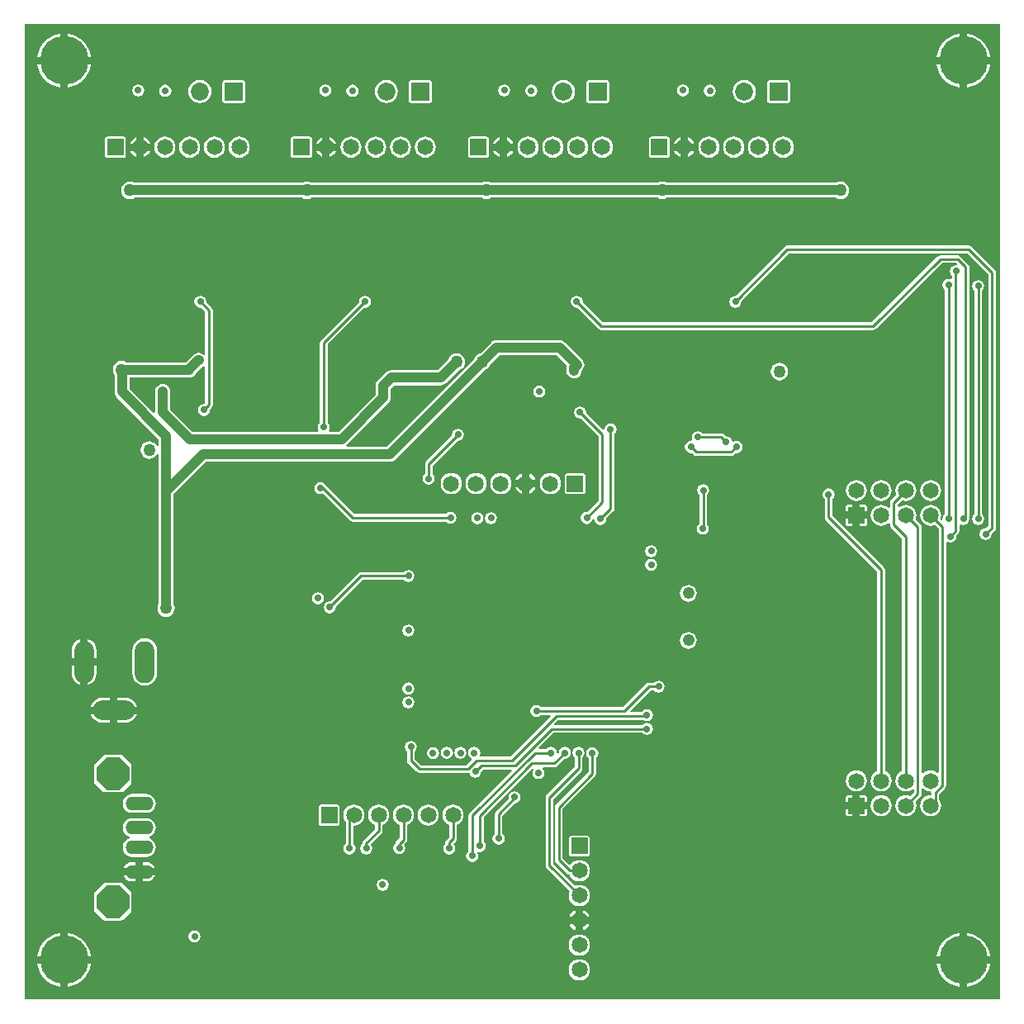
<source format=gbl>
G04 Layer_Physical_Order=2*
G04 Layer_Color=16711680*
%FSLAX25Y25*%
%MOIN*%
G70*
G01*
G75*
%ADD33C,0.01000*%
%ADD34C,0.04000*%
%ADD36R,0.06500X0.06500*%
%ADD37C,0.06500*%
%ADD38C,0.19685*%
%ADD39R,0.06500X0.06500*%
%ADD40C,0.07283*%
%ADD41R,0.07283X0.07283*%
%ADD42O,0.17000X0.08000*%
%ADD43O,0.08000X0.17000*%
%ADD44C,0.04800*%
%ADD45P,0.14235X8X292.5*%
%ADD46O,0.11220X0.05610*%
%ADD47C,0.02800*%
%ADD48C,0.05000*%
G36*
X393701Y12000D02*
X0D01*
Y405701D01*
X393701D01*
Y12000D01*
D02*
G37*
%LPC*%
G36*
X256000Y140794D02*
X255064Y140608D01*
X254270Y140077D01*
X254135Y139876D01*
X252047D01*
X251462Y139760D01*
X250966Y139428D01*
X241566Y130029D01*
X208579D01*
X208444Y130230D01*
X207651Y130761D01*
X206714Y130947D01*
X205778Y130761D01*
X204984Y130230D01*
X204453Y129436D01*
X204267Y128500D01*
X204453Y127564D01*
X204984Y126770D01*
X205778Y126239D01*
X206714Y126053D01*
X207651Y126239D01*
X208444Y126770D01*
X208579Y126971D01*
X212224D01*
X212453Y126416D01*
X196066Y110029D01*
X184019D01*
X183736Y110558D01*
X183807Y110664D01*
X183993Y111600D01*
X183807Y112536D01*
X183276Y113330D01*
X182482Y113861D01*
X181546Y114047D01*
X180609Y113861D01*
X179815Y113330D01*
X179285Y112536D01*
X179099Y111600D01*
X179285Y110664D01*
X179815Y109870D01*
X180380Y109493D01*
X180526Y108791D01*
X178365Y106629D01*
X160034D01*
X157529Y109134D01*
Y112136D01*
X157730Y112270D01*
X158261Y113064D01*
X158447Y114000D01*
X158261Y114936D01*
X157730Y115730D01*
X156936Y116261D01*
X156000Y116447D01*
X155064Y116261D01*
X154270Y115730D01*
X153739Y114936D01*
X153553Y114000D01*
X153739Y113064D01*
X154270Y112270D01*
X154471Y112136D01*
Y108500D01*
X154587Y107915D01*
X154919Y107419D01*
X158319Y104019D01*
X158815Y103687D01*
X159400Y103571D01*
X179100D01*
X179618Y103674D01*
X179739Y103064D01*
X180270Y102270D01*
X181064Y101739D01*
X182000Y101553D01*
X182936Y101739D01*
X183730Y102270D01*
X184261Y103064D01*
X184447Y104000D01*
X184400Y104237D01*
X185134Y104971D01*
X196452D01*
X196682Y104416D01*
X179669Y87403D01*
X179337Y86907D01*
X179221Y86322D01*
Y71864D01*
X179020Y71730D01*
X178489Y70936D01*
X178303Y70000D01*
X178489Y69064D01*
X179020Y68270D01*
X179814Y67739D01*
X180750Y67553D01*
X181686Y67739D01*
X182480Y68270D01*
X183011Y69064D01*
X183197Y70000D01*
X183011Y70936D01*
X182886Y71123D01*
X183247Y71663D01*
X183800Y71553D01*
X184736Y71739D01*
X185530Y72270D01*
X186061Y73064D01*
X186247Y74000D01*
X186061Y74936D01*
X185530Y75730D01*
X185329Y75864D01*
Y85667D01*
X205140Y105477D01*
X205203Y105462D01*
X205467Y104777D01*
X205239Y104436D01*
X205053Y103500D01*
X205239Y102564D01*
X205770Y101770D01*
X206564Y101239D01*
X207500Y101053D01*
X208436Y101239D01*
X209230Y101770D01*
X209761Y102564D01*
X209947Y103500D01*
X209761Y104436D01*
X209230Y105230D01*
X209170Y105271D01*
X209352Y105871D01*
X213978D01*
X214563Y105987D01*
X215059Y106319D01*
X217941Y109200D01*
X218178Y109153D01*
X219114Y109339D01*
X219908Y109870D01*
X220439Y110664D01*
X220625Y111600D01*
X220439Y112536D01*
X219908Y113330D01*
X219114Y113861D01*
X218178Y114047D01*
X217241Y113861D01*
X216447Y113330D01*
X215917Y112536D01*
X215731Y111600D01*
X215552Y111455D01*
X215320Y111513D01*
X214943Y111732D01*
X214783Y112536D01*
X214252Y113330D01*
X213459Y113861D01*
X212522Y114047D01*
X211586Y113861D01*
X210792Y113330D01*
X210658Y113129D01*
X207676D01*
X207447Y113684D01*
X213503Y119740D01*
X249435D01*
X249570Y119539D01*
X250364Y119009D01*
X251300Y118823D01*
X252236Y119009D01*
X253030Y119539D01*
X253561Y120333D01*
X253747Y121270D01*
X253561Y122206D01*
X253030Y123000D01*
X252236Y123530D01*
X251300Y123717D01*
X250364Y123530D01*
X249570Y123000D01*
X249435Y122799D01*
X213946D01*
X213716Y123353D01*
X215334Y124971D01*
X249673D01*
X250364Y124509D01*
X251300Y124323D01*
X252236Y124509D01*
X253030Y125039D01*
X253561Y125833D01*
X253747Y126770D01*
X253561Y127706D01*
X253030Y128500D01*
X252236Y129030D01*
X251300Y129217D01*
X250364Y129030D01*
X249570Y128500D01*
X249255Y128029D01*
X244676D01*
X244447Y128584D01*
X252680Y136818D01*
X254135D01*
X254270Y136617D01*
X255064Y136086D01*
X256000Y135900D01*
X256936Y136086D01*
X257730Y136617D01*
X258261Y137411D01*
X258447Y138347D01*
X258261Y139283D01*
X257730Y140077D01*
X256936Y140608D01*
X256000Y140794D01*
D02*
G37*
G36*
X48600Y157843D02*
X47295Y157671D01*
X46078Y157167D01*
X45034Y156366D01*
X44232Y155322D01*
X43729Y154105D01*
X43557Y152800D01*
Y143800D01*
X43729Y142495D01*
X44232Y141278D01*
X45034Y140234D01*
X46078Y139433D01*
X47295Y138929D01*
X48600Y138757D01*
X49905Y138929D01*
X51122Y139433D01*
X52166Y140234D01*
X52968Y141278D01*
X53471Y142495D01*
X53643Y143800D01*
Y152800D01*
X53471Y154105D01*
X52968Y155322D01*
X52166Y156366D01*
X51122Y157167D01*
X49905Y157671D01*
X48600Y157843D01*
D02*
G37*
G36*
X40600Y133843D02*
X37600D01*
Y130300D01*
X45391D01*
X44967Y131322D01*
X44166Y132366D01*
X43122Y133168D01*
X41905Y133671D01*
X40600Y133843D01*
D02*
G37*
G36*
X155049Y139992D02*
X154113Y139806D01*
X153319Y139275D01*
X152788Y138481D01*
X152602Y137545D01*
X152788Y136609D01*
X153319Y135815D01*
X154113Y135284D01*
X155049Y135098D01*
X155986Y135284D01*
X156780Y135815D01*
X157310Y136609D01*
X157496Y137545D01*
X157310Y138481D01*
X156780Y139275D01*
X155986Y139806D01*
X155049Y139992D01*
D02*
G37*
G36*
X22600Y146800D02*
X19057D01*
Y143800D01*
X19229Y142495D01*
X19733Y141278D01*
X20534Y140234D01*
X21578Y139433D01*
X22600Y139009D01*
Y146800D01*
D02*
G37*
G36*
X25600Y157591D02*
Y149800D01*
X29143D01*
Y152800D01*
X28971Y154105D01*
X28468Y155322D01*
X27666Y156366D01*
X26622Y157167D01*
X25600Y157591D01*
D02*
G37*
G36*
X268000Y160429D02*
X267112Y160312D01*
X266285Y159970D01*
X265575Y159425D01*
X265030Y158715D01*
X264687Y157888D01*
X264571Y157000D01*
X264687Y156112D01*
X265030Y155285D01*
X265575Y154575D01*
X266285Y154030D01*
X267112Y153688D01*
X268000Y153571D01*
X268888Y153688D01*
X269715Y154030D01*
X270425Y154575D01*
X270970Y155285D01*
X271312Y156112D01*
X271429Y157000D01*
X271312Y157888D01*
X270970Y158715D01*
X270425Y159425D01*
X269715Y159970D01*
X268888Y160312D01*
X268000Y160429D01*
D02*
G37*
G36*
X29143Y146800D02*
X25600D01*
Y139009D01*
X26622Y139433D01*
X27666Y140234D01*
X28468Y141278D01*
X28971Y142495D01*
X29143Y143800D01*
Y146800D01*
D02*
G37*
G36*
X22600Y157591D02*
X21578Y157167D01*
X20534Y156366D01*
X19733Y155322D01*
X19229Y154105D01*
X19057Y152800D01*
Y149800D01*
X22600D01*
Y157591D01*
D02*
G37*
G36*
X34600Y133843D02*
X31600D01*
X30295Y133671D01*
X29078Y133168D01*
X28034Y132366D01*
X27233Y131322D01*
X26809Y130300D01*
X34600D01*
Y133843D01*
D02*
G37*
G36*
X324600Y218347D02*
X323664Y218161D01*
X322870Y217630D01*
X322339Y216836D01*
X322153Y215900D01*
X322339Y214964D01*
X322870Y214170D01*
X323071Y214036D01*
Y206700D01*
X323187Y206115D01*
X323519Y205619D01*
X344271Y184866D01*
Y104267D01*
X343657Y104012D01*
X342769Y103331D01*
X342088Y102443D01*
X341659Y101409D01*
X341513Y100300D01*
X341659Y99190D01*
X342088Y98157D01*
X342769Y97269D01*
X343657Y96588D01*
X344690Y96159D01*
X345800Y96013D01*
X346909Y96159D01*
X347943Y96588D01*
X348831Y97269D01*
X349512Y98157D01*
X349941Y99190D01*
X350087Y100300D01*
X349941Y101409D01*
X349512Y102443D01*
X348831Y103331D01*
X347943Y104012D01*
X347329Y104267D01*
Y185500D01*
X347213Y186085D01*
X346881Y186581D01*
X326129Y207333D01*
Y214036D01*
X326330Y214170D01*
X326861Y214964D01*
X327047Y215900D01*
X326861Y216836D01*
X326330Y217630D01*
X325536Y218161D01*
X324600Y218347D01*
D02*
G37*
G36*
X164935Y113898D02*
X163999Y113712D01*
X163205Y113181D01*
X162674Y112387D01*
X162488Y111451D01*
X162674Y110514D01*
X163205Y109721D01*
X163999Y109190D01*
X164935Y109004D01*
X165872Y109190D01*
X166665Y109721D01*
X167196Y110514D01*
X167382Y111451D01*
X167196Y112387D01*
X166665Y113181D01*
X165872Y113712D01*
X164935Y113898D01*
D02*
G37*
G36*
X38988Y110861D02*
X32412D01*
X32022Y110784D01*
X31691Y110563D01*
X28403Y107275D01*
X28403Y107275D01*
X28182Y106944D01*
X28105Y106554D01*
Y99978D01*
X28182Y99588D01*
X28403Y99257D01*
X31691Y95969D01*
X32022Y95748D01*
X32412Y95671D01*
X38988D01*
X39378Y95748D01*
X39709Y95969D01*
X42996Y99257D01*
X42997Y99257D01*
X43218Y99588D01*
X43295Y99978D01*
Y106554D01*
X43218Y106944D01*
X42997Y107275D01*
X39709Y110563D01*
X39378Y110784D01*
X38988Y110861D01*
D02*
G37*
G36*
X335800Y104587D02*
X334690Y104441D01*
X333657Y104012D01*
X332769Y103331D01*
X332088Y102443D01*
X331659Y101409D01*
X331513Y100300D01*
X331659Y99190D01*
X332088Y98157D01*
X332769Y97269D01*
X333657Y96588D01*
X334690Y96159D01*
X335800Y96013D01*
X336910Y96159D01*
X337943Y96588D01*
X338831Y97269D01*
X339512Y98157D01*
X339941Y99190D01*
X340087Y100300D01*
X339941Y101409D01*
X339512Y102443D01*
X338831Y103331D01*
X337943Y104012D01*
X336910Y104441D01*
X335800Y104587D01*
D02*
G37*
G36*
X170546Y114047D02*
X169609Y113861D01*
X168816Y113330D01*
X168285Y112536D01*
X168099Y111600D01*
X168285Y110664D01*
X168816Y109870D01*
X169609Y109339D01*
X170546Y109153D01*
X171482Y109339D01*
X172276Y109870D01*
X172807Y110664D01*
X172993Y111600D01*
X172807Y112536D01*
X172276Y113330D01*
X171482Y113861D01*
X170546Y114047D01*
D02*
G37*
G36*
X45391Y127300D02*
X37600D01*
Y123757D01*
X40600D01*
X41905Y123929D01*
X43122Y124433D01*
X44166Y125234D01*
X44967Y126278D01*
X45391Y127300D01*
D02*
G37*
G36*
X155049Y134492D02*
X154113Y134306D01*
X153319Y133775D01*
X152788Y132981D01*
X152602Y132045D01*
X152788Y131108D01*
X153319Y130315D01*
X154113Y129784D01*
X155049Y129598D01*
X155986Y129784D01*
X156780Y130315D01*
X157310Y131108D01*
X157496Y132045D01*
X157310Y132981D01*
X156780Y133775D01*
X155986Y134306D01*
X155049Y134492D01*
D02*
G37*
G36*
X176046Y114047D02*
X175109Y113861D01*
X174316Y113330D01*
X173785Y112536D01*
X173599Y111600D01*
X173785Y110664D01*
X174316Y109870D01*
X175109Y109339D01*
X176046Y109153D01*
X176982Y109339D01*
X177776Y109870D01*
X178307Y110664D01*
X178493Y111600D01*
X178307Y112536D01*
X177776Y113330D01*
X176982Y113861D01*
X176046Y114047D01*
D02*
G37*
G36*
X34600Y127300D02*
X26809D01*
X27233Y126278D01*
X28034Y125234D01*
X29078Y124433D01*
X30295Y123929D01*
X31600Y123757D01*
X34600D01*
Y127300D01*
D02*
G37*
G36*
X188345Y208798D02*
X187408Y208611D01*
X186615Y208081D01*
X186084Y207287D01*
X185898Y206351D01*
X186084Y205414D01*
X186615Y204621D01*
X187408Y204090D01*
X188345Y203904D01*
X189281Y204090D01*
X190075Y204621D01*
X190606Y205414D01*
X190792Y206351D01*
X190606Y207287D01*
X190075Y208081D01*
X189281Y208611D01*
X188345Y208798D01*
D02*
G37*
G36*
X119458Y220947D02*
X118521Y220761D01*
X117727Y220230D01*
X117197Y219436D01*
X117011Y218500D01*
X117197Y217564D01*
X117727Y216770D01*
X118521Y216239D01*
X119458Y216053D01*
X120394Y216239D01*
X120551Y216344D01*
X131476Y205419D01*
X131973Y205087D01*
X132558Y204971D01*
X170135D01*
X170270Y204770D01*
X171064Y204239D01*
X172000Y204053D01*
X172936Y204239D01*
X173730Y204770D01*
X174261Y205564D01*
X174447Y206500D01*
X174261Y207436D01*
X173730Y208230D01*
X172936Y208761D01*
X172000Y208947D01*
X171064Y208761D01*
X170270Y208230D01*
X170135Y208029D01*
X133191D01*
X121639Y219581D01*
X121607Y219603D01*
X121188Y220230D01*
X120394Y220761D01*
X119458Y220947D01*
D02*
G37*
G36*
X385000Y302447D02*
X384064Y302261D01*
X383270Y301730D01*
X382739Y300936D01*
X382553Y300000D01*
X382739Y299064D01*
X383270Y298270D01*
X383471Y298135D01*
Y207864D01*
X383270Y207730D01*
X382739Y206936D01*
X382553Y206000D01*
X382739Y205064D01*
X383270Y204270D01*
X384064Y203739D01*
X385000Y203553D01*
X385936Y203739D01*
X386730Y204270D01*
X387261Y205064D01*
X387447Y206000D01*
X387261Y206936D01*
X386730Y207730D01*
X386529Y207864D01*
Y298135D01*
X386730Y298270D01*
X387261Y299064D01*
X387447Y300000D01*
X387261Y300936D01*
X386730Y301730D01*
X385936Y302261D01*
X385000Y302447D01*
D02*
G37*
G36*
X182845Y208798D02*
X181909Y208611D01*
X181115Y208081D01*
X180584Y207287D01*
X180398Y206351D01*
X180584Y205414D01*
X181115Y204621D01*
X181909Y204090D01*
X182845Y203904D01*
X183781Y204090D01*
X184575Y204621D01*
X185106Y205414D01*
X185292Y206351D01*
X185106Y207287D01*
X184575Y208081D01*
X183781Y208611D01*
X182845Y208798D01*
D02*
G37*
G36*
X224300Y251447D02*
X223364Y251261D01*
X222570Y250730D01*
X222039Y249936D01*
X221853Y249000D01*
X222039Y248064D01*
X222570Y247270D01*
X223364Y246739D01*
X224300Y246553D01*
X224537Y246600D01*
X231771Y239367D01*
Y213334D01*
X227237Y208800D01*
X227000Y208847D01*
X226064Y208661D01*
X225270Y208130D01*
X224739Y207336D01*
X224553Y206400D01*
X224739Y205464D01*
X225270Y204670D01*
X226064Y204139D01*
X227000Y203953D01*
X227936Y204139D01*
X228730Y204670D01*
X229261Y205464D01*
X229414Y206233D01*
X229476Y206276D01*
X229693Y206210D01*
X230080Y205964D01*
X230239Y205164D01*
X230770Y204370D01*
X231564Y203839D01*
X232500Y203653D01*
X233436Y203839D01*
X234230Y204370D01*
X234761Y205164D01*
X234947Y206100D01*
X234900Y206337D01*
X237681Y209119D01*
X238013Y209615D01*
X238129Y210200D01*
Y240335D01*
X238330Y240470D01*
X238861Y241264D01*
X239047Y242200D01*
X238861Y243136D01*
X238330Y243930D01*
X237536Y244461D01*
X236600Y244647D01*
X235664Y244461D01*
X234870Y243930D01*
X234339Y243136D01*
X234153Y242200D01*
X234163Y242148D01*
X233610Y241852D01*
X226700Y248763D01*
X226747Y249000D01*
X226561Y249936D01*
X226030Y250730D01*
X225236Y251261D01*
X224300Y251447D01*
D02*
G37*
G36*
X335800Y221787D02*
X334690Y221641D01*
X333657Y221212D01*
X332769Y220531D01*
X332088Y219643D01*
X331659Y218609D01*
X331513Y217500D01*
X331659Y216390D01*
X332088Y215357D01*
X332769Y214469D01*
X333657Y213788D01*
X334690Y213359D01*
X335800Y213213D01*
X336910Y213359D01*
X337943Y213788D01*
X338831Y214469D01*
X339512Y215357D01*
X339941Y216390D01*
X340087Y217500D01*
X339941Y218609D01*
X339512Y219643D01*
X338831Y220531D01*
X337943Y221212D01*
X336910Y221641D01*
X335800Y221787D01*
D02*
G37*
G36*
X345800D02*
X344690Y221641D01*
X343657Y221212D01*
X342769Y220531D01*
X342088Y219643D01*
X341659Y218609D01*
X341513Y217500D01*
X341659Y216390D01*
X342088Y215357D01*
X342769Y214469D01*
X343657Y213788D01*
X344690Y213359D01*
X345800Y213213D01*
X346909Y213359D01*
X347943Y213788D01*
X348831Y214469D01*
X349512Y215357D01*
X349941Y216390D01*
X350087Y217500D01*
X349941Y218609D01*
X349512Y219643D01*
X348831Y220531D01*
X347943Y221212D01*
X346909Y221641D01*
X345800Y221787D01*
D02*
G37*
G36*
X334300Y211770D02*
X332550D01*
X332160Y211692D01*
X331829Y211471D01*
X331608Y211140D01*
X331530Y210750D01*
Y209000D01*
X334300D01*
Y211770D01*
D02*
G37*
G36*
X339050D02*
X337300D01*
Y209000D01*
X340070D01*
Y210750D01*
X339992Y211140D01*
X339771Y211471D01*
X339440Y211692D01*
X339050Y211770D01*
D02*
G37*
G36*
X340070Y206000D02*
X337300D01*
Y203230D01*
X339050D01*
X339440Y203308D01*
X339771Y203529D01*
X339992Y203860D01*
X340070Y204250D01*
Y206000D01*
D02*
G37*
G36*
X268000Y179429D02*
X267112Y179313D01*
X266285Y178970D01*
X265575Y178425D01*
X265030Y177715D01*
X264687Y176888D01*
X264571Y176000D01*
X264687Y175112D01*
X265030Y174285D01*
X265575Y173575D01*
X266285Y173030D01*
X267112Y172687D01*
X268000Y172571D01*
X268888Y172687D01*
X269715Y173030D01*
X270425Y173575D01*
X270970Y174285D01*
X271312Y175112D01*
X271429Y176000D01*
X271312Y176888D01*
X270970Y177715D01*
X270425Y178425D01*
X269715Y178970D01*
X268888Y179313D01*
X268000Y179429D01*
D02*
G37*
G36*
X155049Y185448D02*
X154113Y185261D01*
X153319Y184731D01*
X153185Y184530D01*
X135874D01*
X135289Y184413D01*
X134793Y184082D01*
X123486Y172775D01*
X123249Y172822D01*
X122313Y172636D01*
X121519Y172106D01*
X120989Y171312D01*
X120802Y170375D01*
X120989Y169439D01*
X121519Y168645D01*
X122313Y168114D01*
X123249Y167928D01*
X124186Y168114D01*
X124979Y168645D01*
X125510Y169439D01*
X125696Y170375D01*
X125649Y170612D01*
X136508Y181471D01*
X153185D01*
X153319Y181270D01*
X154113Y180740D01*
X155049Y180553D01*
X155986Y180740D01*
X156780Y181270D01*
X157310Y182064D01*
X157496Y183000D01*
X157310Y183937D01*
X156780Y184731D01*
X155986Y185261D01*
X155049Y185448D01*
D02*
G37*
G36*
Y163447D02*
X154113Y163261D01*
X153319Y162731D01*
X152788Y161937D01*
X152602Y161001D01*
X152788Y160064D01*
X153319Y159270D01*
X154113Y158740D01*
X155049Y158553D01*
X155986Y158740D01*
X156780Y159270D01*
X157310Y160064D01*
X157496Y161001D01*
X157310Y161937D01*
X156780Y162731D01*
X155986Y163261D01*
X155049Y163447D01*
D02*
G37*
G36*
X118500Y176447D02*
X117564Y176261D01*
X116770Y175730D01*
X116239Y174936D01*
X116053Y174000D01*
X116239Y173064D01*
X116770Y172270D01*
X117564Y171739D01*
X118500Y171553D01*
X119436Y171739D01*
X120230Y172270D01*
X120761Y173064D01*
X120947Y174000D01*
X120761Y174936D01*
X120230Y175730D01*
X119436Y176261D01*
X118500Y176447D01*
D02*
G37*
G36*
X253000Y189947D02*
X252064Y189761D01*
X251270Y189230D01*
X250739Y188436D01*
X250553Y187500D01*
X250739Y186564D01*
X251270Y185770D01*
X252064Y185239D01*
X253000Y185053D01*
X253936Y185239D01*
X254730Y185770D01*
X255261Y186564D01*
X255447Y187500D01*
X255261Y188436D01*
X254730Y189230D01*
X253936Y189761D01*
X253000Y189947D01*
D02*
G37*
G36*
X381300Y316329D02*
X307900D01*
X307315Y316213D01*
X306819Y315881D01*
X287070Y296133D01*
X287000Y296147D01*
X286064Y295961D01*
X285270Y295430D01*
X284739Y294636D01*
X284553Y293700D01*
X284739Y292764D01*
X285270Y291970D01*
X286064Y291439D01*
X287000Y291253D01*
X287936Y291439D01*
X288730Y291970D01*
X289261Y292764D01*
X289447Y293700D01*
X289367Y294104D01*
X308534Y313271D01*
X380666D01*
X389071Y304867D01*
Y203158D01*
X388237Y202325D01*
X388000Y202372D01*
X387064Y202185D01*
X386270Y201655D01*
X385739Y200861D01*
X385553Y199925D01*
X385739Y198988D01*
X386270Y198194D01*
X387064Y197664D01*
X388000Y197478D01*
X388936Y197664D01*
X389730Y198194D01*
X390261Y198988D01*
X390447Y199925D01*
X390400Y200162D01*
X391681Y201443D01*
X392013Y201939D01*
X392129Y202525D01*
Y305500D01*
X392013Y306085D01*
X391681Y306581D01*
X382381Y315881D01*
X381885Y316213D01*
X381300Y316329D01*
D02*
G37*
G36*
X334300Y206000D02*
X331530D01*
Y204250D01*
X331608Y203860D01*
X331829Y203529D01*
X332160Y203308D01*
X332550Y203230D01*
X334300D01*
Y206000D01*
D02*
G37*
G36*
X253000Y195447D02*
X252064Y195261D01*
X251270Y194730D01*
X250739Y193936D01*
X250553Y193000D01*
X250739Y192064D01*
X251270Y191270D01*
X252064Y190739D01*
X253000Y190553D01*
X253936Y190739D01*
X254730Y191270D01*
X255261Y192064D01*
X255447Y193000D01*
X255261Y193936D01*
X254730Y194730D01*
X253936Y195261D01*
X253000Y195447D01*
D02*
G37*
G36*
X274000Y220047D02*
X273064Y219861D01*
X272270Y219330D01*
X271739Y218536D01*
X271553Y217600D01*
X271739Y216664D01*
X272270Y215870D01*
X272471Y215736D01*
Y204198D01*
X272070Y203930D01*
X271539Y203136D01*
X271353Y202200D01*
X271539Y201264D01*
X272070Y200470D01*
X272864Y199939D01*
X273800Y199753D01*
X274736Y199939D01*
X275530Y200470D01*
X276061Y201264D01*
X276247Y202200D01*
X276061Y203136D01*
X275530Y203930D01*
X275529Y203931D01*
Y215736D01*
X275730Y215870D01*
X276261Y216664D01*
X276447Y217600D01*
X276261Y218536D01*
X275730Y219330D01*
X274936Y219861D01*
X274000Y220047D01*
D02*
G37*
G36*
X227979Y42500D02*
X225500D01*
Y40021D01*
X226143Y40288D01*
X227031Y40969D01*
X227712Y41857D01*
X227979Y42500D01*
D02*
G37*
G36*
X38988Y59129D02*
X32412D01*
X32022Y59052D01*
X31691Y58831D01*
X28403Y55543D01*
X28403Y55543D01*
X28182Y55212D01*
X28105Y54822D01*
Y48246D01*
X28182Y47856D01*
X28403Y47525D01*
X31691Y44238D01*
X32022Y44016D01*
X32412Y43939D01*
X38988D01*
X39378Y44016D01*
X39709Y44238D01*
X42996Y47525D01*
X42997Y47525D01*
X43218Y47856D01*
X43295Y48246D01*
Y54822D01*
X43218Y55212D01*
X42997Y55543D01*
X39709Y58831D01*
X39378Y59052D01*
X38988Y59129D01*
D02*
G37*
G36*
X68681Y39970D02*
X67744Y39783D01*
X66950Y39253D01*
X66420Y38459D01*
X66233Y37523D01*
X66420Y36586D01*
X66950Y35792D01*
X67744Y35262D01*
X68681Y35076D01*
X69617Y35262D01*
X70411Y35792D01*
X70941Y36586D01*
X71128Y37523D01*
X70941Y38459D01*
X70411Y39253D01*
X69617Y39783D01*
X68681Y39970D01*
D02*
G37*
G36*
X222500Y42500D02*
X220021D01*
X220288Y41857D01*
X220969Y40969D01*
X221857Y40288D01*
X222500Y40021D01*
Y42500D01*
D02*
G37*
G36*
Y47979D02*
X221857Y47712D01*
X220969Y47031D01*
X220288Y46143D01*
X220021Y45500D01*
X222500D01*
Y47979D01*
D02*
G37*
G36*
X144643Y60790D02*
X143706Y60604D01*
X142912Y60073D01*
X142382Y59279D01*
X142196Y58343D01*
X142382Y57406D01*
X142912Y56612D01*
X143706Y56082D01*
X144643Y55896D01*
X145579Y56082D01*
X146373Y56612D01*
X146904Y57406D01*
X147090Y58343D01*
X146904Y59279D01*
X146373Y60073D01*
X145579Y60604D01*
X144643Y60790D01*
D02*
G37*
G36*
X229223Y113898D02*
X228286Y113712D01*
X227492Y113181D01*
X226962Y112387D01*
X226776Y111451D01*
X226962Y110514D01*
X227492Y109721D01*
X227693Y109586D01*
Y103756D01*
X214619Y90681D01*
X214287Y90185D01*
X214171Y89600D01*
Y68400D01*
X214287Y67815D01*
X214619Y67319D01*
X219019Y62919D01*
X219515Y62587D01*
X220027Y62485D01*
X220288Y61857D01*
X220969Y60969D01*
X221857Y60288D01*
X222890Y59859D01*
X224000Y59713D01*
X225110Y59859D01*
X226143Y60288D01*
X227031Y60969D01*
X227712Y61857D01*
X228141Y62890D01*
X228287Y64000D01*
X228141Y65109D01*
X227712Y66143D01*
X227031Y67031D01*
X226143Y67712D01*
X225110Y68141D01*
X224000Y68287D01*
X222890Y68141D01*
X221857Y67712D01*
X220969Y67031D01*
X220583Y66528D01*
X219799Y66463D01*
X217229Y69033D01*
Y88967D01*
X230304Y102041D01*
X230636Y102537D01*
X230752Y103123D01*
Y109586D01*
X230953Y109721D01*
X231483Y110514D01*
X231670Y111451D01*
X231483Y112387D01*
X230953Y113181D01*
X230159Y113712D01*
X229223Y113898D01*
D02*
G37*
G36*
X225500Y47979D02*
Y45500D01*
X227979D01*
X227712Y46143D01*
X227031Y47031D01*
X226143Y47712D01*
X225500Y47979D01*
D02*
G37*
G36*
X223678Y114047D02*
X222741Y113861D01*
X221948Y113330D01*
X221417Y112536D01*
X221231Y111600D01*
X221417Y110664D01*
X221948Y109870D01*
X222148Y109736D01*
Y106011D01*
X210819Y94681D01*
X210487Y94185D01*
X210371Y93600D01*
Y66100D01*
X210487Y65515D01*
X210819Y65019D01*
X220114Y55723D01*
X219859Y55110D01*
X219713Y54000D01*
X219859Y52890D01*
X220288Y51857D01*
X220969Y50969D01*
X221857Y50288D01*
X222890Y49859D01*
X224000Y49713D01*
X225110Y49859D01*
X226143Y50288D01*
X227031Y50969D01*
X227712Y51857D01*
X228141Y52890D01*
X228287Y54000D01*
X228141Y55110D01*
X227712Y56143D01*
X227031Y57031D01*
X226143Y57712D01*
X225110Y58141D01*
X224000Y58287D01*
X222890Y58141D01*
X222277Y57886D01*
X213429Y66733D01*
Y92967D01*
X224759Y104296D01*
X225091Y104792D01*
X225207Y105378D01*
Y109736D01*
X225408Y109870D01*
X225939Y110664D01*
X226125Y111600D01*
X225939Y112536D01*
X225408Y113330D01*
X224614Y113861D01*
X223678Y114047D01*
D02*
G37*
G36*
X224000Y38287D02*
X222890Y38141D01*
X221857Y37712D01*
X220969Y37031D01*
X220288Y36143D01*
X219859Y35109D01*
X219713Y34000D01*
X219859Y32890D01*
X220288Y31857D01*
X220969Y30969D01*
X221857Y30288D01*
X222890Y29859D01*
X224000Y29713D01*
X225110Y29859D01*
X226143Y30288D01*
X227031Y30969D01*
X227712Y31857D01*
X228141Y32890D01*
X228287Y34000D01*
X228141Y35109D01*
X227712Y36143D01*
X227031Y37031D01*
X226143Y37712D01*
X225110Y38141D01*
X224000Y38287D01*
D02*
G37*
G36*
X26758Y26500D02*
X17500D01*
Y17242D01*
X17701Y17258D01*
X19361Y17656D01*
X20938Y18309D01*
X22393Y19201D01*
X23690Y20310D01*
X24799Y21607D01*
X25691Y23062D01*
X26344Y24639D01*
X26742Y26299D01*
X26758Y26500D01*
D02*
G37*
G36*
X389758D02*
X380500D01*
Y17242D01*
X380701Y17258D01*
X382361Y17656D01*
X383938Y18309D01*
X385393Y19201D01*
X386690Y20310D01*
X387799Y21607D01*
X388691Y23062D01*
X389344Y24639D01*
X389742Y26299D01*
X389758Y26500D01*
D02*
G37*
G36*
X377500D02*
X368242D01*
X368258Y26299D01*
X368656Y24639D01*
X369309Y23062D01*
X370201Y21607D01*
X371309Y20310D01*
X372607Y19201D01*
X374062Y18309D01*
X375639Y17656D01*
X377299Y17258D01*
X377500Y17242D01*
Y26500D01*
D02*
G37*
G36*
X14500D02*
X5242D01*
X5258Y26299D01*
X5656Y24639D01*
X6309Y23062D01*
X7201Y21607D01*
X8309Y20310D01*
X9607Y19201D01*
X11062Y18309D01*
X12639Y17656D01*
X14299Y17258D01*
X14500Y17242D01*
Y26500D01*
D02*
G37*
G36*
X224000Y28287D02*
X222890Y28141D01*
X221857Y27712D01*
X220969Y27031D01*
X220288Y26143D01*
X219859Y25109D01*
X219713Y24000D01*
X219859Y22891D01*
X220288Y21857D01*
X220969Y20969D01*
X221857Y20288D01*
X222890Y19859D01*
X224000Y19713D01*
X225110Y19859D01*
X226143Y20288D01*
X227031Y20969D01*
X227712Y21857D01*
X228141Y22891D01*
X228287Y24000D01*
X228141Y25109D01*
X227712Y26143D01*
X227031Y27031D01*
X226143Y27712D01*
X225110Y28141D01*
X224000Y28287D01*
D02*
G37*
G36*
X17500Y38758D02*
Y29500D01*
X26758D01*
X26742Y29701D01*
X26344Y31361D01*
X25691Y32938D01*
X24799Y34393D01*
X23690Y35691D01*
X22393Y36799D01*
X20938Y37691D01*
X19361Y38344D01*
X17701Y38742D01*
X17500Y38758D01*
D02*
G37*
G36*
X380500D02*
Y29500D01*
X389758D01*
X389742Y29701D01*
X389344Y31361D01*
X388691Y32938D01*
X387799Y34393D01*
X386690Y35691D01*
X385393Y36799D01*
X383938Y37691D01*
X382361Y38344D01*
X380701Y38742D01*
X380500Y38758D01*
D02*
G37*
G36*
X377500D02*
X377299Y38742D01*
X375639Y38344D01*
X374062Y37691D01*
X372607Y36799D01*
X371309Y35691D01*
X370201Y34393D01*
X369309Y32938D01*
X368656Y31361D01*
X368258Y29701D01*
X368242Y29500D01*
X377500D01*
Y38758D01*
D02*
G37*
G36*
X14500D02*
X14299Y38742D01*
X12639Y38344D01*
X11062Y37691D01*
X9607Y36799D01*
X8309Y35691D01*
X7201Y34393D01*
X6309Y32938D01*
X5656Y31361D01*
X5258Y29701D01*
X5242Y29500D01*
X14500D01*
Y38758D01*
D02*
G37*
G36*
X126250Y90770D02*
X119750D01*
X119360Y90692D01*
X119029Y90471D01*
X118808Y90140D01*
X118730Y89750D01*
Y83250D01*
X118808Y82860D01*
X119029Y82529D01*
X119360Y82308D01*
X119750Y82230D01*
X126250D01*
X126640Y82308D01*
X126971Y82529D01*
X127192Y82860D01*
X127270Y83250D01*
Y89750D01*
X127192Y90140D01*
X126971Y90471D01*
X126640Y90692D01*
X126250Y90770D01*
D02*
G37*
G36*
X345800Y94587D02*
X344690Y94441D01*
X343657Y94012D01*
X342769Y93331D01*
X342088Y92443D01*
X341659Y91409D01*
X341513Y90300D01*
X341659Y89191D01*
X342088Y88157D01*
X342769Y87269D01*
X343657Y86588D01*
X344690Y86159D01*
X345800Y86013D01*
X346909Y86159D01*
X347943Y86588D01*
X348831Y87269D01*
X349512Y88157D01*
X349941Y89191D01*
X350087Y90300D01*
X349941Y91409D01*
X349512Y92443D01*
X348831Y93331D01*
X347943Y94012D01*
X346909Y94441D01*
X345800Y94587D01*
D02*
G37*
G36*
X197811Y96164D02*
X196875Y95978D01*
X196081Y95447D01*
X195550Y94653D01*
X195364Y93717D01*
X195478Y93141D01*
X190352Y88015D01*
X190021Y87519D01*
X189905Y86934D01*
Y78865D01*
X189704Y78730D01*
X189173Y77936D01*
X188987Y77000D01*
X189173Y76064D01*
X189704Y75270D01*
X190498Y74739D01*
X191434Y74553D01*
X192370Y74739D01*
X193164Y75270D01*
X193695Y76064D01*
X193881Y77000D01*
X193695Y77936D01*
X193164Y78730D01*
X192963Y78865D01*
Y86300D01*
X197963Y91300D01*
X198747Y91456D01*
X199541Y91987D01*
X200072Y92781D01*
X200258Y93717D01*
X200072Y94653D01*
X199541Y95447D01*
X198747Y95978D01*
X197811Y96164D01*
D02*
G37*
G36*
X163000Y90787D02*
X161890Y90641D01*
X160857Y90212D01*
X159969Y89531D01*
X159288Y88643D01*
X158859Y87609D01*
X158713Y86500D01*
X158859Y85391D01*
X159288Y84357D01*
X159969Y83469D01*
X160857Y82788D01*
X161890Y82359D01*
X163000Y82213D01*
X164110Y82359D01*
X165143Y82788D01*
X166031Y83469D01*
X166712Y84357D01*
X167141Y85391D01*
X167287Y86500D01*
X167141Y87609D01*
X166712Y88643D01*
X166031Y89531D01*
X165143Y90212D01*
X164110Y90641D01*
X163000Y90787D01*
D02*
G37*
G36*
X334300Y88800D02*
X331530D01*
Y87050D01*
X331608Y86660D01*
X331829Y86329D01*
X332160Y86108D01*
X332550Y86030D01*
X334300D01*
Y88800D01*
D02*
G37*
G36*
Y94570D02*
X332550D01*
X332160Y94492D01*
X331829Y94271D01*
X331608Y93940D01*
X331530Y93550D01*
Y91800D01*
X334300D01*
Y94570D01*
D02*
G37*
G36*
X339050D02*
X337300D01*
Y91800D01*
X340070D01*
Y93550D01*
X339992Y93940D01*
X339771Y94271D01*
X339440Y94492D01*
X339050Y94570D01*
D02*
G37*
G36*
X340070Y88800D02*
X337300D01*
Y86030D01*
X339050D01*
X339440Y86108D01*
X339771Y86329D01*
X339992Y86660D01*
X340070Y87050D01*
Y88800D01*
D02*
G37*
G36*
X49174Y95018D02*
X43564D01*
X42571Y94887D01*
X41645Y94504D01*
X40850Y93894D01*
X40240Y93099D01*
X39857Y92173D01*
X39726Y91180D01*
X39857Y90187D01*
X40240Y89261D01*
X40850Y88466D01*
X41645Y87856D01*
X42571Y87473D01*
X43564Y87342D01*
X49174D01*
X50167Y87473D01*
X51093Y87856D01*
X51888Y88466D01*
X52498Y89261D01*
X52881Y90187D01*
X53012Y91180D01*
X52881Y92173D01*
X52498Y93099D01*
X51888Y93894D01*
X51093Y94504D01*
X50167Y94887D01*
X49174Y95018D01*
D02*
G37*
G36*
X153000Y90787D02*
X151891Y90641D01*
X150857Y90212D01*
X149969Y89531D01*
X149288Y88643D01*
X148859Y87609D01*
X148713Y86500D01*
X148859Y85391D01*
X149288Y84357D01*
X149969Y83469D01*
X150857Y82788D01*
X151471Y82533D01*
Y77233D01*
X150276Y76039D01*
X149944Y75542D01*
X149841Y75023D01*
X149627Y74880D01*
X149097Y74086D01*
X148911Y73150D01*
X149097Y72214D01*
X149627Y71420D01*
X150421Y70889D01*
X151358Y70703D01*
X152294Y70889D01*
X153088Y71420D01*
X153618Y72214D01*
X153805Y73150D01*
X153618Y74086D01*
X153230Y74667D01*
X154081Y75519D01*
X154413Y76015D01*
X154529Y76600D01*
Y82533D01*
X155143Y82788D01*
X156031Y83469D01*
X156712Y84357D01*
X157141Y85391D01*
X157287Y86500D01*
X157141Y87609D01*
X156712Y88643D01*
X156031Y89531D01*
X155143Y90212D01*
X154110Y90641D01*
X153000Y90787D01*
D02*
G37*
G36*
X44869Y67458D02*
X43564D01*
X42571Y67327D01*
X41645Y66944D01*
X40850Y66334D01*
X40240Y65539D01*
X40067Y65120D01*
X44869D01*
Y67458D01*
D02*
G37*
G36*
X49174D02*
X47869D01*
Y65120D01*
X52671D01*
X52498Y65539D01*
X51888Y66334D01*
X51093Y66944D01*
X50167Y67327D01*
X49174Y67458D01*
D02*
G37*
G36*
X44869Y62120D02*
X40067D01*
X40240Y61701D01*
X40850Y60906D01*
X41645Y60296D01*
X42571Y59913D01*
X43564Y59782D01*
X44869D01*
Y62120D01*
D02*
G37*
G36*
X52671D02*
X47869D01*
Y59782D01*
X49174D01*
X50167Y59913D01*
X51093Y60296D01*
X51888Y60906D01*
X52498Y61701D01*
X52671Y62120D01*
D02*
G37*
G36*
X49174Y85175D02*
X43564D01*
X42571Y85044D01*
X41645Y84661D01*
X40850Y84051D01*
X40240Y83256D01*
X39857Y82330D01*
X39726Y81337D01*
X39857Y80344D01*
X40240Y79418D01*
X40850Y78623D01*
X41645Y78013D01*
X42343Y77724D01*
Y77076D01*
X41645Y76787D01*
X40850Y76177D01*
X40240Y75382D01*
X39857Y74456D01*
X39726Y73463D01*
X39857Y72470D01*
X40240Y71544D01*
X40850Y70749D01*
X41645Y70139D01*
X42571Y69756D01*
X43564Y69625D01*
X49174D01*
X50167Y69756D01*
X51093Y70139D01*
X51888Y70749D01*
X52498Y71544D01*
X52881Y72470D01*
X53012Y73463D01*
X52881Y74456D01*
X52498Y75382D01*
X51888Y76177D01*
X51093Y76787D01*
X50395Y77076D01*
Y77724D01*
X51093Y78013D01*
X51888Y78623D01*
X52498Y79418D01*
X52881Y80344D01*
X53012Y81337D01*
X52881Y82330D01*
X52498Y83256D01*
X51888Y84051D01*
X51093Y84661D01*
X50167Y85044D01*
X49174Y85175D01*
D02*
G37*
G36*
X143000Y90787D02*
X141891Y90641D01*
X140857Y90212D01*
X139969Y89531D01*
X139288Y88643D01*
X138859Y87609D01*
X138713Y86500D01*
X138859Y85391D01*
X139288Y84357D01*
X139969Y83469D01*
X140857Y82788D01*
X141471Y82533D01*
Y80734D01*
X136847Y76110D01*
X136516Y75614D01*
X136399Y75029D01*
Y74817D01*
X136270Y74730D01*
X135739Y73936D01*
X135553Y73000D01*
X135739Y72064D01*
X136270Y71270D01*
X137064Y70739D01*
X138000Y70553D01*
X138936Y70739D01*
X139730Y71270D01*
X140261Y72064D01*
X140447Y73000D01*
X140261Y73936D01*
X139755Y74693D01*
X144081Y79019D01*
X144413Y79515D01*
X144529Y80100D01*
Y82533D01*
X145143Y82788D01*
X146031Y83469D01*
X146712Y84357D01*
X147141Y85391D01*
X147287Y86500D01*
X147141Y87609D01*
X146712Y88643D01*
X146031Y89531D01*
X145143Y90212D01*
X144109Y90641D01*
X143000Y90787D01*
D02*
G37*
G36*
X173000D02*
X171890Y90641D01*
X170857Y90212D01*
X169969Y89531D01*
X169288Y88643D01*
X168859Y87609D01*
X168713Y86500D01*
X168859Y85391D01*
X169288Y84357D01*
X169969Y83469D01*
X170857Y82788D01*
X171471Y82533D01*
Y77634D01*
X170419Y76581D01*
X170087Y76085D01*
X169971Y75500D01*
Y74865D01*
X169770Y74730D01*
X169239Y73936D01*
X169053Y73000D01*
X169239Y72064D01*
X169770Y71270D01*
X170563Y70739D01*
X171500Y70553D01*
X172436Y70739D01*
X173230Y71270D01*
X173761Y72064D01*
X173947Y73000D01*
X173761Y73936D01*
X173230Y74730D01*
X173461Y75298D01*
X174081Y75919D01*
X174413Y76415D01*
X174529Y77000D01*
Y82533D01*
X175143Y82788D01*
X176031Y83469D01*
X176712Y84357D01*
X177141Y85391D01*
X177287Y86500D01*
X177141Y87609D01*
X176712Y88643D01*
X176031Y89531D01*
X175143Y90212D01*
X174109Y90641D01*
X173000Y90787D01*
D02*
G37*
G36*
X227250Y78270D02*
X220750D01*
X220360Y78192D01*
X220029Y77971D01*
X219808Y77640D01*
X219730Y77250D01*
Y70750D01*
X219808Y70360D01*
X220029Y70029D01*
X220360Y69808D01*
X220750Y69730D01*
X227250D01*
X227640Y69808D01*
X227971Y70029D01*
X228192Y70360D01*
X228270Y70750D01*
Y77250D01*
X228192Y77640D01*
X227971Y77971D01*
X227640Y78192D01*
X227250Y78270D01*
D02*
G37*
G36*
X133000Y90787D02*
X131890Y90641D01*
X130857Y90212D01*
X129969Y89531D01*
X129288Y88643D01*
X128859Y87609D01*
X128713Y86500D01*
X128859Y85391D01*
X129288Y84357D01*
X129685Y83839D01*
Y74865D01*
X129484Y74730D01*
X128954Y73936D01*
X128767Y73000D01*
X128954Y72064D01*
X129484Y71270D01*
X130278Y70739D01*
X131214Y70553D01*
X132151Y70739D01*
X132945Y71270D01*
X133475Y72064D01*
X133661Y73000D01*
X133475Y73936D01*
X132945Y74730D01*
X132744Y74865D01*
Y81989D01*
X133000Y82213D01*
X134109Y82359D01*
X135143Y82788D01*
X136031Y83469D01*
X136712Y84357D01*
X137141Y85391D01*
X137287Y86500D01*
X137141Y87609D01*
X136712Y88643D01*
X136031Y89531D01*
X135143Y90212D01*
X134109Y90641D01*
X133000Y90787D01*
D02*
G37*
G36*
X194800Y360079D02*
Y357600D01*
X197279D01*
X197012Y358243D01*
X196331Y359131D01*
X195443Y359812D01*
X194800Y360079D01*
D02*
G37*
G36*
X267800D02*
Y357600D01*
X270279D01*
X270012Y358243D01*
X269331Y359131D01*
X268443Y359812D01*
X267800Y360079D01*
D02*
G37*
G36*
X48200D02*
Y357600D01*
X50679D01*
X50412Y358243D01*
X49731Y359131D01*
X48843Y359812D01*
X48200Y360079D01*
D02*
G37*
G36*
X123300D02*
Y357600D01*
X125779D01*
X125512Y358243D01*
X124831Y359131D01*
X123943Y359812D01*
X123300Y360079D01*
D02*
G37*
G36*
X70820Y383282D02*
X69608Y383122D01*
X68479Y382654D01*
X67510Y381910D01*
X66766Y380941D01*
X66298Y379812D01*
X66138Y378600D01*
X66298Y377388D01*
X66766Y376259D01*
X67510Y375290D01*
X68479Y374546D01*
X69608Y374078D01*
X70820Y373918D01*
X72032Y374078D01*
X73161Y374546D01*
X74130Y375290D01*
X74874Y376259D01*
X75342Y377388D01*
X75502Y378600D01*
X75342Y379812D01*
X74874Y380941D01*
X74130Y381910D01*
X73161Y382654D01*
X72032Y383122D01*
X70820Y383282D01*
D02*
G37*
G36*
X290610D02*
X289398Y383122D01*
X288269Y382654D01*
X287300Y381910D01*
X286556Y380941D01*
X286088Y379812D01*
X285929Y378600D01*
X286088Y377388D01*
X286556Y376259D01*
X287300Y375290D01*
X288269Y374546D01*
X289398Y374078D01*
X290610Y373918D01*
X291822Y374078D01*
X292951Y374546D01*
X293920Y375290D01*
X294664Y376259D01*
X295132Y377388D01*
X295292Y378600D01*
X295132Y379812D01*
X294664Y380941D01*
X293920Y381910D01*
X292951Y382654D01*
X291822Y383122D01*
X290610Y383282D01*
D02*
G37*
G36*
X88241Y383261D02*
X80958D01*
X80568Y383184D01*
X80238Y382962D01*
X80016Y382632D01*
X79939Y382242D01*
Y374958D01*
X80016Y374568D01*
X80238Y374237D01*
X80568Y374016D01*
X80958Y373939D01*
X88241D01*
X88632Y374016D01*
X88963Y374237D01*
X89183Y374568D01*
X89261Y374958D01*
Y382242D01*
X89183Y382632D01*
X88963Y382962D01*
X88632Y383184D01*
X88241Y383261D01*
D02*
G37*
G36*
X146110Y383282D02*
X144898Y383122D01*
X143769Y382654D01*
X142800Y381910D01*
X142056Y380941D01*
X141588Y379812D01*
X141428Y378600D01*
X141588Y377388D01*
X142056Y376259D01*
X142800Y375290D01*
X143769Y374546D01*
X144898Y374078D01*
X146110Y373918D01*
X147322Y374078D01*
X148451Y374546D01*
X149420Y375290D01*
X150164Y376259D01*
X150632Y377388D01*
X150792Y378600D01*
X150632Y379812D01*
X150164Y380941D01*
X149420Y381910D01*
X148451Y382654D01*
X147322Y383122D01*
X146110Y383282D01*
D02*
G37*
G36*
X217610D02*
X216398Y383122D01*
X215269Y382654D01*
X214300Y381910D01*
X213556Y380941D01*
X213088Y379812D01*
X212929Y378600D01*
X213088Y377388D01*
X213556Y376259D01*
X214300Y375290D01*
X215269Y374546D01*
X216398Y374078D01*
X217610Y373918D01*
X218822Y374078D01*
X219951Y374546D01*
X220920Y375290D01*
X221664Y376259D01*
X222132Y377388D01*
X222292Y378600D01*
X222132Y379812D01*
X221664Y380941D01*
X220920Y381910D01*
X219951Y382654D01*
X218822Y383122D01*
X217610Y383282D01*
D02*
G37*
G36*
X264800Y360079D02*
X264157Y359812D01*
X263269Y359131D01*
X262588Y358243D01*
X262321Y357600D01*
X264800D01*
Y360079D01*
D02*
G37*
G36*
X197279Y354600D02*
X194800D01*
Y352121D01*
X195443Y352388D01*
X196331Y353069D01*
X197012Y353957D01*
X197279Y354600D01*
D02*
G37*
G36*
X50679D02*
X48200D01*
Y352121D01*
X48843Y352388D01*
X49731Y353069D01*
X50412Y353957D01*
X50679Y354600D01*
D02*
G37*
G36*
X191800D02*
X189321D01*
X189588Y353957D01*
X190269Y353069D01*
X191157Y352388D01*
X191800Y352121D01*
Y354600D01*
D02*
G37*
G36*
X264800D02*
X262321D01*
X262588Y353957D01*
X263269Y353069D01*
X264157Y352388D01*
X264800Y352121D01*
Y354600D01*
D02*
G37*
G36*
X125779D02*
X123300D01*
Y352121D01*
X123943Y352388D01*
X124831Y353069D01*
X125512Y353957D01*
X125779Y354600D01*
D02*
G37*
G36*
X120300Y360079D02*
X119657Y359812D01*
X118769Y359131D01*
X118088Y358243D01*
X117821Y357600D01*
X120300D01*
Y360079D01*
D02*
G37*
G36*
X191800D02*
X191157Y359812D01*
X190269Y359131D01*
X189588Y358243D01*
X189321Y357600D01*
X191800D01*
Y360079D01*
D02*
G37*
G36*
X270279Y354600D02*
X267800D01*
Y352121D01*
X268443Y352388D01*
X269331Y353069D01*
X270012Y353957D01*
X270279Y354600D01*
D02*
G37*
G36*
X45200Y360079D02*
X44557Y359812D01*
X43669Y359131D01*
X42988Y358243D01*
X42721Y357600D01*
X45200D01*
Y360079D01*
D02*
G37*
G36*
X14500Y389500D02*
X5242D01*
X5258Y389299D01*
X5656Y387639D01*
X6309Y386062D01*
X7201Y384607D01*
X8309Y383310D01*
X9607Y382201D01*
X11062Y381309D01*
X12639Y380656D01*
X14299Y380258D01*
X14500Y380242D01*
Y389500D01*
D02*
G37*
G36*
X26758D02*
X17500D01*
Y380242D01*
X17701Y380258D01*
X19361Y380656D01*
X20938Y381309D01*
X22393Y382201D01*
X23690Y383310D01*
X24799Y384607D01*
X25691Y386062D01*
X26344Y387639D01*
X26742Y389299D01*
X26758Y389500D01*
D02*
G37*
G36*
X265779Y381496D02*
X264843Y381310D01*
X264049Y380780D01*
X263519Y379986D01*
X263333Y379049D01*
X263519Y378113D01*
X264049Y377319D01*
X264843Y376788D01*
X265779Y376602D01*
X266716Y376788D01*
X267510Y377319D01*
X268040Y378113D01*
X268227Y379049D01*
X268040Y379986D01*
X267510Y380780D01*
X266716Y381310D01*
X265779Y381496D01*
D02*
G37*
G36*
X377500Y389500D02*
X368242D01*
X368258Y389299D01*
X368656Y387639D01*
X369309Y386062D01*
X370201Y384607D01*
X371309Y383310D01*
X372607Y382201D01*
X374062Y381309D01*
X375639Y380656D01*
X377299Y380258D01*
X377500Y380242D01*
Y389500D01*
D02*
G37*
G36*
X389758D02*
X380500D01*
Y380242D01*
X380701Y380258D01*
X382361Y380656D01*
X383938Y381309D01*
X385393Y382201D01*
X386690Y383310D01*
X387799Y384607D01*
X388691Y386062D01*
X389344Y387639D01*
X389742Y389299D01*
X389758Y389500D01*
D02*
G37*
G36*
X17500Y401758D02*
Y392500D01*
X26758D01*
X26742Y392701D01*
X26344Y394361D01*
X25691Y395938D01*
X24799Y397393D01*
X23690Y398691D01*
X22393Y399799D01*
X20938Y400691D01*
X19361Y401344D01*
X17701Y401742D01*
X17500Y401758D01*
D02*
G37*
G36*
X380500D02*
Y392500D01*
X389758D01*
X389742Y392701D01*
X389344Y394361D01*
X388691Y395938D01*
X387799Y397393D01*
X386690Y398691D01*
X385393Y399799D01*
X383938Y400691D01*
X382361Y401344D01*
X380701Y401742D01*
X380500Y401758D01*
D02*
G37*
G36*
X377500D02*
X377299Y401742D01*
X375639Y401344D01*
X374062Y400691D01*
X372607Y399799D01*
X371309Y398691D01*
X370201Y397393D01*
X369309Y395938D01*
X368656Y394361D01*
X368258Y392701D01*
X368242Y392500D01*
X377500D01*
Y401758D01*
D02*
G37*
G36*
X14500D02*
X14299Y401742D01*
X12639Y401344D01*
X11062Y400691D01*
X9607Y399799D01*
X8309Y398691D01*
X7201Y397393D01*
X6309Y395938D01*
X5656Y394361D01*
X5258Y392701D01*
X5242Y392500D01*
X14500D01*
Y401758D01*
D02*
G37*
G36*
X193679Y381496D02*
X192743Y381310D01*
X191949Y380780D01*
X191419Y379986D01*
X191233Y379049D01*
X191419Y378113D01*
X191949Y377319D01*
X192743Y376788D01*
X193679Y376602D01*
X194616Y376788D01*
X195410Y377319D01*
X195940Y378113D01*
X196126Y379049D01*
X195940Y379986D01*
X195410Y380780D01*
X194616Y381310D01*
X193679Y381496D01*
D02*
G37*
G36*
X308032Y383261D02*
X300748D01*
X300358Y383184D01*
X300027Y382962D01*
X299806Y382632D01*
X299729Y382242D01*
Y374958D01*
X299806Y374568D01*
X300027Y374237D01*
X300358Y374016D01*
X300748Y373939D01*
X308032D01*
X308422Y374016D01*
X308752Y374237D01*
X308974Y374568D01*
X309051Y374958D01*
Y382242D01*
X308974Y382632D01*
X308752Y382962D01*
X308422Y383184D01*
X308032Y383261D01*
D02*
G37*
G36*
X56900Y381347D02*
X55964Y381161D01*
X55170Y380630D01*
X54639Y379836D01*
X54453Y378900D01*
X54639Y377964D01*
X55170Y377170D01*
X55964Y376639D01*
X56900Y376453D01*
X57836Y376639D01*
X58630Y377170D01*
X59161Y377964D01*
X59347Y378900D01*
X59161Y379836D01*
X58630Y380630D01*
X57836Y381161D01*
X56900Y381347D01*
D02*
G37*
G36*
X163531Y383261D02*
X156248D01*
X155858Y383184D01*
X155527Y382962D01*
X155306Y382632D01*
X155229Y382242D01*
Y374958D01*
X155306Y374568D01*
X155527Y374237D01*
X155858Y374016D01*
X156248Y373939D01*
X163531D01*
X163922Y374016D01*
X164252Y374237D01*
X164473Y374568D01*
X164551Y374958D01*
Y382242D01*
X164473Y382632D01*
X164252Y382962D01*
X163922Y383184D01*
X163531Y383261D01*
D02*
G37*
G36*
X235032D02*
X227748D01*
X227358Y383184D01*
X227028Y382962D01*
X226806Y382632D01*
X226729Y382242D01*
Y374958D01*
X226806Y374568D01*
X227028Y374237D01*
X227358Y374016D01*
X227748Y373939D01*
X235032D01*
X235422Y374016D01*
X235753Y374237D01*
X235974Y374568D01*
X236051Y374958D01*
Y382242D01*
X235974Y382632D01*
X235753Y382962D01*
X235422Y383184D01*
X235032Y383261D01*
D02*
G37*
G36*
X132400Y381347D02*
X131464Y381161D01*
X130670Y380630D01*
X130139Y379836D01*
X129953Y378900D01*
X130139Y377964D01*
X130670Y377170D01*
X131464Y376639D01*
X132400Y376453D01*
X133336Y376639D01*
X134130Y377170D01*
X134661Y377964D01*
X134847Y378900D01*
X134661Y379836D01*
X134130Y380630D01*
X133336Y381161D01*
X132400Y381347D01*
D02*
G37*
G36*
X45979Y381496D02*
X45043Y381310D01*
X44249Y380780D01*
X43719Y379986D01*
X43532Y379049D01*
X43719Y378113D01*
X44249Y377319D01*
X45043Y376788D01*
X45979Y376602D01*
X46916Y376788D01*
X47710Y377319D01*
X48240Y378113D01*
X48426Y379049D01*
X48240Y379986D01*
X47710Y380780D01*
X46916Y381310D01*
X45979Y381496D01*
D02*
G37*
G36*
X121479D02*
X120543Y381310D01*
X119749Y380780D01*
X119219Y379986D01*
X119033Y379049D01*
X119219Y378113D01*
X119749Y377319D01*
X120543Y376788D01*
X121479Y376602D01*
X122416Y376788D01*
X123210Y377319D01*
X123740Y378113D01*
X123926Y379049D01*
X123740Y379986D01*
X123210Y380780D01*
X122416Y381310D01*
X121479Y381496D01*
D02*
G37*
G36*
X204600Y381347D02*
X203664Y381161D01*
X202870Y380630D01*
X202339Y379836D01*
X202153Y378900D01*
X202339Y377964D01*
X202870Y377170D01*
X203664Y376639D01*
X204600Y376453D01*
X205536Y376639D01*
X206330Y377170D01*
X206861Y377964D01*
X207047Y378900D01*
X206861Y379836D01*
X206330Y380630D01*
X205536Y381161D01*
X204600Y381347D01*
D02*
G37*
G36*
X276700D02*
X275764Y381161D01*
X274970Y380630D01*
X274439Y379836D01*
X274253Y378900D01*
X274439Y377964D01*
X274970Y377170D01*
X275764Y376639D01*
X276700Y376453D01*
X277636Y376639D01*
X278430Y377170D01*
X278961Y377964D01*
X279147Y378900D01*
X278961Y379836D01*
X278430Y380630D01*
X277636Y381161D01*
X276700Y381347D01*
D02*
G37*
G36*
X120300Y354600D02*
X117821D01*
X118088Y353957D01*
X118769Y353069D01*
X119657Y352388D01*
X120300Y352121D01*
Y354600D01*
D02*
G37*
G36*
X137500Y296172D02*
X136564Y295986D01*
X135770Y295455D01*
X135239Y294661D01*
X135053Y293725D01*
X135100Y293488D01*
X119719Y278106D01*
X119387Y277610D01*
X119271Y277025D01*
Y244965D01*
X119070Y244830D01*
X118539Y244036D01*
X118353Y243100D01*
X118539Y242164D01*
X118765Y241826D01*
X118444Y241226D01*
X67931D01*
X58876Y250281D01*
Y257495D01*
X58773Y258278D01*
X58470Y259008D01*
X57990Y259635D01*
X57363Y260116D01*
X56633Y260418D01*
X55850Y260521D01*
X55067Y260418D01*
X54337Y260116D01*
X53710Y259635D01*
X53229Y259008D01*
X52927Y258278D01*
X52824Y257495D01*
Y249027D01*
X52828Y249000D01*
X52259Y248720D01*
X42376Y258603D01*
Y263124D01*
X66600D01*
X67383Y263227D01*
X68113Y263529D01*
X68740Y264010D01*
X69221Y264637D01*
X69239Y264683D01*
X71917Y267361D01*
X71963Y267379D01*
X72371Y267692D01*
X72971Y267412D01*
Y252910D01*
X72500Y252447D01*
X71564Y252261D01*
X70770Y251730D01*
X70239Y250936D01*
X70053Y250000D01*
X70239Y249064D01*
X70770Y248270D01*
X71564Y247739D01*
X72500Y247553D01*
X73436Y247739D01*
X74230Y248270D01*
X74761Y249064D01*
X74947Y250000D01*
X74900Y250237D01*
X75581Y250919D01*
X75913Y251415D01*
X76029Y252000D01*
Y290225D01*
X75913Y290810D01*
X75581Y291306D01*
X73400Y293488D01*
X73447Y293724D01*
X73261Y294661D01*
X72730Y295455D01*
X71936Y295985D01*
X71000Y296171D01*
X70064Y295985D01*
X69270Y295455D01*
X68739Y294661D01*
X68553Y293724D01*
X68739Y292788D01*
X69270Y291994D01*
X70064Y291464D01*
X71000Y291278D01*
X71237Y291325D01*
X72971Y289591D01*
Y272588D01*
X72371Y272308D01*
X71963Y272621D01*
X71233Y272923D01*
X70450Y273026D01*
X70278D01*
X70278Y273026D01*
X69494Y272923D01*
X68765Y272621D01*
X68138Y272140D01*
X65174Y269176D01*
X41201D01*
X40965Y269357D01*
X40114Y269710D01*
X39200Y269830D01*
X38286Y269710D01*
X37435Y269357D01*
X36704Y268796D01*
X36143Y268065D01*
X35790Y267214D01*
X35670Y266300D01*
X35790Y265386D01*
X36143Y264535D01*
X36324Y264299D01*
Y257350D01*
X36427Y256567D01*
X36729Y255837D01*
X37210Y255210D01*
X54174Y238247D01*
Y235430D01*
X53574Y235311D01*
X53457Y235593D01*
X52896Y236324D01*
X52165Y236885D01*
X51314Y237238D01*
X50400Y237358D01*
X49486Y237238D01*
X48635Y236885D01*
X47904Y236324D01*
X47343Y235593D01*
X46990Y234741D01*
X46870Y233828D01*
X46990Y232914D01*
X47343Y232063D01*
X47904Y231331D01*
X48635Y230770D01*
X49486Y230418D01*
X50400Y230297D01*
X51314Y230418D01*
X52165Y230770D01*
X52896Y231331D01*
X53457Y232063D01*
X53574Y232345D01*
X54174Y232225D01*
Y217300D01*
Y171806D01*
X54143Y171765D01*
X53790Y170914D01*
X53670Y170000D01*
X53790Y169086D01*
X54143Y168235D01*
X54704Y167504D01*
X55435Y166943D01*
X56286Y166590D01*
X57200Y166470D01*
X58114Y166590D01*
X58965Y166943D01*
X59696Y167504D01*
X60257Y168235D01*
X60610Y169086D01*
X60730Y170000D01*
X60610Y170914D01*
X60257Y171765D01*
X60226Y171806D01*
Y216047D01*
X73353Y229174D01*
X147572D01*
X148356Y229277D01*
X149085Y229579D01*
X149712Y230060D01*
X185735Y266083D01*
X185786Y266090D01*
X186637Y266443D01*
X187369Y267004D01*
X187930Y267735D01*
X188282Y268586D01*
X188289Y268637D01*
X191726Y272074D01*
X214852D01*
X218998Y267928D01*
X218977Y267878D01*
X218874Y267094D01*
Y265800D01*
X218977Y265017D01*
X219280Y264287D01*
X219760Y263660D01*
X220387Y263179D01*
X221117Y262877D01*
X221900Y262774D01*
X222683Y262877D01*
X223413Y263179D01*
X224040Y263660D01*
X224520Y264287D01*
X224823Y265017D01*
X224926Y265800D01*
Y265841D01*
X225145Y266060D01*
X225626Y266687D01*
X225928Y267417D01*
X226031Y268200D01*
X225928Y268983D01*
X225626Y269713D01*
X225145Y270340D01*
X218245Y277240D01*
X217618Y277720D01*
X216889Y278023D01*
X216106Y278126D01*
X190472D01*
X190472Y278126D01*
X189689Y278023D01*
X188960Y277720D01*
X188333Y277240D01*
X188333Y277240D01*
X184010Y272917D01*
X183959Y272910D01*
X183107Y272557D01*
X182376Y271996D01*
X181815Y271265D01*
X181463Y270414D01*
X181456Y270363D01*
X146319Y235226D01*
X130138D01*
X129934Y235826D01*
X130240Y236060D01*
X147040Y252860D01*
X147520Y253487D01*
X147823Y254217D01*
X147926Y255000D01*
X147926Y255000D01*
Y258594D01*
X149306Y259974D01*
X168028D01*
X168811Y260077D01*
X169541Y260380D01*
X170167Y260860D01*
X175290Y265983D01*
X175341Y265990D01*
X176193Y266343D01*
X176924Y266904D01*
X177485Y267635D01*
X177838Y268486D01*
X177958Y269400D01*
X177838Y270314D01*
X177485Y271165D01*
X176924Y271896D01*
X176193Y272457D01*
X175341Y272810D01*
X174428Y272930D01*
X173514Y272810D01*
X172662Y272457D01*
X171931Y271896D01*
X171370Y271165D01*
X171018Y270314D01*
X171011Y270263D01*
X166774Y266026D01*
X148052D01*
X147269Y265923D01*
X146539Y265620D01*
X145913Y265140D01*
X145913Y265140D01*
X142760Y261987D01*
X142280Y261361D01*
X141977Y260631D01*
X141874Y259848D01*
Y256253D01*
X126847Y241226D01*
X123156D01*
X122835Y241826D01*
X123061Y242164D01*
X123247Y243100D01*
X123061Y244036D01*
X122530Y244830D01*
X122329Y244965D01*
Y276392D01*
X137263Y291325D01*
X137500Y291278D01*
X138436Y291464D01*
X139230Y291995D01*
X139761Y292789D01*
X139947Y293725D01*
X139761Y294661D01*
X139230Y295455D01*
X138436Y295986D01*
X137500Y296172D01*
D02*
G37*
G36*
X207800Y259942D02*
X206864Y259756D01*
X206070Y259226D01*
X205539Y258432D01*
X205353Y257495D01*
X205539Y256559D01*
X206070Y255765D01*
X206864Y255235D01*
X207800Y255048D01*
X208736Y255235D01*
X209530Y255765D01*
X210061Y256559D01*
X210247Y257495D01*
X210061Y258432D01*
X209530Y259226D01*
X208736Y259756D01*
X207800Y259942D01*
D02*
G37*
G36*
X271900Y241447D02*
X270964Y241261D01*
X270170Y240730D01*
X269639Y239936D01*
X269453Y239000D01*
X269639Y238064D01*
X269649Y238050D01*
X269288Y237510D01*
X269100Y237547D01*
X268164Y237361D01*
X267370Y236830D01*
X266839Y236036D01*
X266653Y235100D01*
X266839Y234164D01*
X267370Y233370D01*
X268164Y232839D01*
X269100Y232653D01*
X269337Y232700D01*
X270119Y231919D01*
X270615Y231587D01*
X271200Y231471D01*
X285300D01*
X285885Y231587D01*
X286381Y231919D01*
X287163Y232700D01*
X287400Y232653D01*
X288336Y232839D01*
X289130Y233370D01*
X289661Y234164D01*
X289847Y235100D01*
X289661Y236036D01*
X289130Y236830D01*
X288336Y237361D01*
X287400Y237547D01*
X286464Y237361D01*
X286308Y237257D01*
X285641Y237533D01*
X285561Y237936D01*
X285030Y238730D01*
X284236Y239261D01*
X283300Y239447D01*
X283063Y239400D01*
X282381Y240081D01*
X281885Y240413D01*
X281300Y240529D01*
X273764D01*
X273630Y240730D01*
X272836Y241261D01*
X271900Y241447D01*
D02*
G37*
G36*
X175000Y242447D02*
X174064Y242261D01*
X173270Y241730D01*
X172739Y240936D01*
X172553Y240000D01*
X172600Y239763D01*
X162119Y229281D01*
X161787Y228785D01*
X161671Y228200D01*
Y224165D01*
X161470Y224030D01*
X160939Y223236D01*
X160753Y222300D01*
X160939Y221364D01*
X161470Y220570D01*
X162264Y220039D01*
X163200Y219853D01*
X164136Y220039D01*
X164930Y220570D01*
X165461Y221364D01*
X165647Y222300D01*
X165461Y223236D01*
X164930Y224030D01*
X164729Y224165D01*
Y227567D01*
X174763Y237600D01*
X175000Y237553D01*
X175936Y237739D01*
X176730Y238270D01*
X177261Y239064D01*
X177447Y240000D01*
X177261Y240936D01*
X176730Y241730D01*
X175936Y242261D01*
X175000Y242447D01*
D02*
G37*
G36*
X304772Y269030D02*
X303859Y268910D01*
X303007Y268557D01*
X302276Y267996D01*
X301715Y267265D01*
X301362Y266414D01*
X301242Y265500D01*
X301362Y264586D01*
X301715Y263735D01*
X302276Y263004D01*
X303007Y262443D01*
X303859Y262090D01*
X304772Y261970D01*
X305686Y262090D01*
X306538Y262443D01*
X307269Y263004D01*
X307830Y263735D01*
X308182Y264586D01*
X308303Y265500D01*
X308182Y266414D01*
X307830Y267265D01*
X307269Y267996D01*
X306538Y268557D01*
X305686Y268910D01*
X304772Y269030D01*
D02*
G37*
G36*
X56700Y360387D02*
X55590Y360241D01*
X54557Y359812D01*
X53669Y359131D01*
X52988Y358243D01*
X52559Y357209D01*
X52413Y356100D01*
X52559Y354991D01*
X52988Y353957D01*
X53669Y353069D01*
X54557Y352388D01*
X55590Y351959D01*
X56700Y351813D01*
X57810Y351959D01*
X58843Y352388D01*
X59731Y353069D01*
X60412Y353957D01*
X60841Y354991D01*
X60987Y356100D01*
X60841Y357209D01*
X60412Y358243D01*
X59731Y359131D01*
X58843Y359812D01*
X57810Y360241D01*
X56700Y360387D01*
D02*
G37*
G36*
X66700D02*
X65591Y360241D01*
X64557Y359812D01*
X63669Y359131D01*
X62988Y358243D01*
X62559Y357209D01*
X62413Y356100D01*
X62559Y354991D01*
X62988Y353957D01*
X63669Y353069D01*
X64557Y352388D01*
X65591Y351959D01*
X66700Y351813D01*
X67809Y351959D01*
X68843Y352388D01*
X69731Y353069D01*
X70412Y353957D01*
X70841Y354991D01*
X70987Y356100D01*
X70841Y357209D01*
X70412Y358243D01*
X69731Y359131D01*
X68843Y359812D01*
X67809Y360241D01*
X66700Y360387D01*
D02*
G37*
G36*
X376741Y312429D02*
X369700D01*
X369115Y312313D01*
X368619Y311981D01*
X341967Y285329D01*
X233508D01*
X225350Y293488D01*
X225397Y293724D01*
X225211Y294661D01*
X224680Y295455D01*
X223886Y295985D01*
X222950Y296171D01*
X222014Y295985D01*
X221220Y295455D01*
X220689Y294661D01*
X220503Y293724D01*
X220689Y292788D01*
X221220Y291994D01*
X222014Y291464D01*
X222950Y291278D01*
X223187Y291325D01*
X231793Y282719D01*
X232289Y282387D01*
X232874Y282271D01*
X342600D01*
X343185Y282387D01*
X343681Y282719D01*
X370334Y309371D01*
X376108D01*
X376518Y308961D01*
X376222Y308408D01*
X376025Y308447D01*
X375089Y308261D01*
X374295Y307730D01*
X373764Y306936D01*
X373578Y306000D01*
X373764Y305064D01*
X374295Y304270D01*
X374371Y304219D01*
Y303041D01*
X373771Y302698D01*
X373000Y302851D01*
X372064Y302665D01*
X371270Y302134D01*
X370739Y301340D01*
X370553Y300404D01*
X370739Y299467D01*
X371270Y298674D01*
X371471Y298539D01*
Y207864D01*
X371270Y207730D01*
X370739Y206936D01*
X370553Y206000D01*
X370593Y205801D01*
X370067Y205517D01*
X369724Y205867D01*
X369941Y206391D01*
X370087Y207500D01*
X369941Y208610D01*
X369512Y209643D01*
X368831Y210531D01*
X367943Y211212D01*
X366910Y211641D01*
X365800Y211787D01*
X364690Y211641D01*
X363657Y211212D01*
X362769Y210531D01*
X362088Y209643D01*
X361659Y208610D01*
X361513Y207500D01*
X361659Y206391D01*
X362088Y205357D01*
X362769Y204469D01*
X363657Y203788D01*
X364690Y203359D01*
X365800Y203213D01*
X366910Y203359D01*
X367523Y203614D01*
X369021Y202116D01*
Y103942D01*
X368421Y103646D01*
X367943Y104012D01*
X366910Y104441D01*
X365800Y104587D01*
X364690Y104441D01*
X363657Y104012D01*
X362769Y103331D01*
X362698Y103238D01*
X362129Y103431D01*
Y202700D01*
X362013Y203285D01*
X361681Y203781D01*
X359686Y205777D01*
X359941Y206391D01*
X360087Y207500D01*
X359941Y208610D01*
X359512Y209643D01*
X358831Y210531D01*
X357943Y211212D01*
X356909Y211641D01*
X355800Y211787D01*
X354691Y211641D01*
X353657Y211212D01*
X353029Y210731D01*
X352429Y211027D01*
Y211966D01*
X354077Y213614D01*
X354691Y213359D01*
X355800Y213213D01*
X356909Y213359D01*
X357943Y213788D01*
X358831Y214469D01*
X359512Y215357D01*
X359941Y216390D01*
X360087Y217500D01*
X359941Y218609D01*
X359512Y219643D01*
X358831Y220531D01*
X357943Y221212D01*
X356909Y221641D01*
X355800Y221787D01*
X354691Y221641D01*
X353657Y221212D01*
X352769Y220531D01*
X352088Y219643D01*
X351659Y218609D01*
X351513Y217500D01*
X351659Y216390D01*
X351914Y215777D01*
X349819Y213681D01*
X349487Y213185D01*
X349371Y212600D01*
Y210714D01*
X349300Y210690D01*
X348771Y210578D01*
X347943Y211212D01*
X346909Y211641D01*
X345800Y211787D01*
X344690Y211641D01*
X343657Y211212D01*
X342769Y210531D01*
X342088Y209643D01*
X341659Y208610D01*
X341513Y207500D01*
X341659Y206391D01*
X342088Y205357D01*
X342769Y204469D01*
X343657Y203788D01*
X344690Y203359D01*
X345800Y203213D01*
X346909Y203359D01*
X347943Y203788D01*
X348771Y204422D01*
X349300Y204310D01*
X349371Y204286D01*
Y203700D01*
X349487Y203115D01*
X349819Y202619D01*
X354271Y198167D01*
Y104267D01*
X353657Y104012D01*
X352769Y103331D01*
X352088Y102443D01*
X351659Y101409D01*
X351513Y100300D01*
X351659Y99190D01*
X352088Y98157D01*
X352769Y97269D01*
X353657Y96588D01*
X354691Y96159D01*
X355800Y96013D01*
X356909Y96159D01*
X357943Y96588D01*
X358471Y96992D01*
X359071Y96696D01*
Y95733D01*
X357523Y94186D01*
X356909Y94441D01*
X355800Y94587D01*
X354691Y94441D01*
X353657Y94012D01*
X352769Y93331D01*
X352088Y92443D01*
X351659Y91409D01*
X351513Y90300D01*
X351659Y89191D01*
X352088Y88157D01*
X352769Y87269D01*
X353657Y86588D01*
X354691Y86159D01*
X355800Y86013D01*
X356909Y86159D01*
X357943Y86588D01*
X358831Y87269D01*
X359512Y88157D01*
X359941Y89191D01*
X360087Y90300D01*
X359941Y91409D01*
X359686Y92023D01*
X361681Y94019D01*
X362013Y94515D01*
X362129Y95100D01*
Y97169D01*
X362698Y97362D01*
X362769Y97269D01*
X363657Y96588D01*
X364690Y96159D01*
X365668Y96031D01*
X365969Y95771D01*
X366167Y95488D01*
X366171Y95457D01*
Y94912D01*
X365800Y94587D01*
X364690Y94441D01*
X363657Y94012D01*
X362769Y93331D01*
X362088Y92443D01*
X361659Y91409D01*
X361513Y90300D01*
X361659Y89191D01*
X362088Y88157D01*
X362769Y87269D01*
X363657Y86588D01*
X364690Y86159D01*
X365800Y86013D01*
X366910Y86159D01*
X367943Y86588D01*
X368831Y87269D01*
X369512Y88157D01*
X369941Y89191D01*
X370087Y90300D01*
X369941Y91409D01*
X369512Y92443D01*
X369229Y92812D01*
Y94849D01*
X371631Y97251D01*
X371963Y97747D01*
X372079Y98333D01*
Y196591D01*
X372609Y196874D01*
X372828Y196728D01*
X373764Y196541D01*
X374701Y196728D01*
X375495Y197258D01*
X376025Y198052D01*
X376211Y198988D01*
X376164Y199225D01*
X376981Y200042D01*
X377313Y200538D01*
X377429Y201124D01*
Y203527D01*
X377959Y203809D01*
X378064Y203739D01*
X379000Y203553D01*
X379936Y203739D01*
X380730Y204270D01*
X381261Y205064D01*
X381447Y206000D01*
X381309Y206696D01*
X381329Y206800D01*
Y307841D01*
X381213Y308426D01*
X380881Y308923D01*
X377823Y311981D01*
X377326Y312313D01*
X376741Y312429D01*
D02*
G37*
G36*
X329429Y342230D02*
X328515Y342110D01*
X327663Y341757D01*
X327623Y341726D01*
X259306D01*
X259265Y341757D01*
X258414Y342110D01*
X257500Y342230D01*
X256586Y342110D01*
X255735Y341757D01*
X255694Y341726D01*
X188306D01*
X188265Y341757D01*
X187414Y342110D01*
X186500Y342230D01*
X185586Y342110D01*
X184735Y341757D01*
X184694Y341726D01*
X115806D01*
X115765Y341757D01*
X114914Y342110D01*
X114000Y342230D01*
X113086Y342110D01*
X112235Y341757D01*
X112194Y341726D01*
X44377D01*
X44337Y341757D01*
X43485Y342110D01*
X42571Y342230D01*
X41658Y342110D01*
X40806Y341757D01*
X40075Y341196D01*
X39514Y340465D01*
X39162Y339614D01*
X39041Y338700D01*
X39162Y337786D01*
X39514Y336935D01*
X40075Y336204D01*
X40806Y335643D01*
X41658Y335290D01*
X42571Y335170D01*
X43485Y335290D01*
X44337Y335643D01*
X44377Y335674D01*
X112194D01*
X112235Y335643D01*
X113086Y335290D01*
X114000Y335170D01*
X114914Y335290D01*
X115765Y335643D01*
X115806Y335674D01*
X184694D01*
X184735Y335643D01*
X185586Y335290D01*
X186500Y335170D01*
X187414Y335290D01*
X188265Y335643D01*
X188306Y335674D01*
X255694D01*
X255735Y335643D01*
X256586Y335290D01*
X257500Y335170D01*
X258414Y335290D01*
X259265Y335643D01*
X259306Y335674D01*
X327623D01*
X327663Y335643D01*
X328515Y335290D01*
X329429Y335170D01*
X330342Y335290D01*
X331194Y335643D01*
X331925Y336204D01*
X332486Y336935D01*
X332838Y337786D01*
X332959Y338700D01*
X332838Y339614D01*
X332486Y340465D01*
X331925Y341196D01*
X331194Y341757D01*
X330342Y342110D01*
X329429Y342230D01*
D02*
G37*
G36*
X203800Y224279D02*
Y221800D01*
X206279D01*
X206012Y222443D01*
X205331Y223331D01*
X204443Y224012D01*
X203800Y224279D01*
D02*
G37*
G36*
X182300Y224587D02*
X181191Y224441D01*
X180157Y224012D01*
X179269Y223331D01*
X178588Y222443D01*
X178159Y221410D01*
X178013Y220300D01*
X178159Y219191D01*
X178588Y218157D01*
X179269Y217269D01*
X180157Y216588D01*
X181191Y216159D01*
X182300Y216013D01*
X183410Y216159D01*
X184443Y216588D01*
X185331Y217269D01*
X186012Y218157D01*
X186441Y219191D01*
X186587Y220300D01*
X186441Y221410D01*
X186012Y222443D01*
X185331Y223331D01*
X184443Y224012D01*
X183410Y224441D01*
X182300Y224587D01*
D02*
G37*
G36*
X192300D02*
X191191Y224441D01*
X190157Y224012D01*
X189269Y223331D01*
X188588Y222443D01*
X188159Y221410D01*
X188013Y220300D01*
X188159Y219191D01*
X188588Y218157D01*
X189269Y217269D01*
X190157Y216588D01*
X191191Y216159D01*
X192300Y216013D01*
X193410Y216159D01*
X194443Y216588D01*
X195331Y217269D01*
X196012Y218157D01*
X196441Y219191D01*
X196587Y220300D01*
X196441Y221410D01*
X196012Y222443D01*
X195331Y223331D01*
X194443Y224012D01*
X193410Y224441D01*
X192300Y224587D01*
D02*
G37*
G36*
X365800Y221787D02*
X364690Y221641D01*
X363657Y221212D01*
X362769Y220531D01*
X362088Y219643D01*
X361659Y218609D01*
X361513Y217500D01*
X361659Y216390D01*
X362088Y215357D01*
X362769Y214469D01*
X363657Y213788D01*
X364690Y213359D01*
X365800Y213213D01*
X366910Y213359D01*
X367943Y213788D01*
X368831Y214469D01*
X369512Y215357D01*
X369941Y216390D01*
X370087Y217500D01*
X369941Y218609D01*
X369512Y219643D01*
X368831Y220531D01*
X367943Y221212D01*
X366910Y221641D01*
X365800Y221787D01*
D02*
G37*
G36*
X172300Y224587D02*
X171191Y224441D01*
X170157Y224012D01*
X169269Y223331D01*
X168588Y222443D01*
X168159Y221410D01*
X168013Y220300D01*
X168159Y219191D01*
X168588Y218157D01*
X169269Y217269D01*
X170157Y216588D01*
X171191Y216159D01*
X172300Y216013D01*
X173409Y216159D01*
X174443Y216588D01*
X175331Y217269D01*
X176012Y218157D01*
X176441Y219191D01*
X176587Y220300D01*
X176441Y221410D01*
X176012Y222443D01*
X175331Y223331D01*
X174443Y224012D01*
X173409Y224441D01*
X172300Y224587D01*
D02*
G37*
G36*
X212300D02*
X211191Y224441D01*
X210157Y224012D01*
X209269Y223331D01*
X208588Y222443D01*
X208159Y221410D01*
X208013Y220300D01*
X208159Y219191D01*
X208588Y218157D01*
X209269Y217269D01*
X210157Y216588D01*
X211191Y216159D01*
X212300Y216013D01*
X213409Y216159D01*
X214443Y216588D01*
X215331Y217269D01*
X216012Y218157D01*
X216441Y219191D01*
X216587Y220300D01*
X216441Y221410D01*
X216012Y222443D01*
X215331Y223331D01*
X214443Y224012D01*
X213409Y224441D01*
X212300Y224587D01*
D02*
G37*
G36*
X206279Y218800D02*
X203800D01*
Y216321D01*
X204443Y216588D01*
X205331Y217269D01*
X206012Y218157D01*
X206279Y218800D01*
D02*
G37*
G36*
X200800Y224279D02*
X200157Y224012D01*
X199269Y223331D01*
X198588Y222443D01*
X198321Y221800D01*
X200800D01*
Y224279D01*
D02*
G37*
G36*
X225550Y224570D02*
X219050D01*
X218660Y224492D01*
X218329Y224271D01*
X218108Y223940D01*
X218030Y223550D01*
Y217050D01*
X218108Y216660D01*
X218329Y216329D01*
X218660Y216108D01*
X219050Y216030D01*
X225550D01*
X225940Y216108D01*
X226271Y216329D01*
X226492Y216660D01*
X226570Y217050D01*
Y223550D01*
X226492Y223940D01*
X226271Y224271D01*
X225940Y224492D01*
X225550Y224570D01*
D02*
G37*
G36*
X200800Y218800D02*
X198321D01*
X198588Y218157D01*
X199269Y217269D01*
X200157Y216588D01*
X200800Y216321D01*
Y218800D01*
D02*
G37*
G36*
X296300Y360387D02*
X295191Y360241D01*
X294157Y359812D01*
X293269Y359131D01*
X292588Y358243D01*
X292159Y357209D01*
X292013Y356100D01*
X292159Y354991D01*
X292588Y353957D01*
X293269Y353069D01*
X294157Y352388D01*
X295191Y351959D01*
X296300Y351813D01*
X297410Y351959D01*
X298443Y352388D01*
X299331Y353069D01*
X300012Y353957D01*
X300441Y354991D01*
X300587Y356100D01*
X300441Y357209D01*
X300012Y358243D01*
X299331Y359131D01*
X298443Y359812D01*
X297410Y360241D01*
X296300Y360387D01*
D02*
G37*
G36*
X306300D02*
X305190Y360241D01*
X304157Y359812D01*
X303269Y359131D01*
X302588Y358243D01*
X302159Y357209D01*
X302013Y356100D01*
X302159Y354991D01*
X302588Y353957D01*
X303269Y353069D01*
X304157Y352388D01*
X305190Y351959D01*
X306300Y351813D01*
X307410Y351959D01*
X308443Y352388D01*
X309331Y353069D01*
X310012Y353957D01*
X310441Y354991D01*
X310587Y356100D01*
X310441Y357209D01*
X310012Y358243D01*
X309331Y359131D01*
X308443Y359812D01*
X307410Y360241D01*
X306300Y360387D01*
D02*
G37*
G36*
X276300D02*
X275190Y360241D01*
X274157Y359812D01*
X273269Y359131D01*
X272588Y358243D01*
X272159Y357209D01*
X272013Y356100D01*
X272159Y354991D01*
X272588Y353957D01*
X273269Y353069D01*
X274157Y352388D01*
X275190Y351959D01*
X276300Y351813D01*
X277410Y351959D01*
X278443Y352388D01*
X279331Y353069D01*
X280012Y353957D01*
X280441Y354991D01*
X280587Y356100D01*
X280441Y357209D01*
X280012Y358243D01*
X279331Y359131D01*
X278443Y359812D01*
X277410Y360241D01*
X276300Y360387D01*
D02*
G37*
G36*
X286300D02*
X285191Y360241D01*
X284157Y359812D01*
X283269Y359131D01*
X282588Y358243D01*
X282159Y357209D01*
X282013Y356100D01*
X282159Y354991D01*
X282588Y353957D01*
X283269Y353069D01*
X284157Y352388D01*
X285191Y351959D01*
X286300Y351813D01*
X287409Y351959D01*
X288443Y352388D01*
X289331Y353069D01*
X290012Y353957D01*
X290441Y354991D01*
X290587Y356100D01*
X290441Y357209D01*
X290012Y358243D01*
X289331Y359131D01*
X288443Y359812D01*
X287409Y360241D01*
X286300Y360387D01*
D02*
G37*
G36*
X39950Y360370D02*
X33450D01*
X33060Y360292D01*
X32729Y360071D01*
X32508Y359740D01*
X32430Y359350D01*
Y352850D01*
X32508Y352460D01*
X32729Y352129D01*
X33060Y351908D01*
X33450Y351830D01*
X39950D01*
X40340Y351908D01*
X40671Y352129D01*
X40892Y352460D01*
X40970Y352850D01*
Y359350D01*
X40892Y359740D01*
X40671Y360071D01*
X40340Y360292D01*
X39950Y360370D01*
D02*
G37*
G36*
X259550D02*
X253050D01*
X252660Y360292D01*
X252329Y360071D01*
X252108Y359740D01*
X252030Y359350D01*
Y352850D01*
X252108Y352460D01*
X252329Y352129D01*
X252660Y351908D01*
X253050Y351830D01*
X259550D01*
X259940Y351908D01*
X260271Y352129D01*
X260492Y352460D01*
X260570Y352850D01*
Y359350D01*
X260492Y359740D01*
X260271Y360071D01*
X259940Y360292D01*
X259550Y360370D01*
D02*
G37*
G36*
X45200Y354600D02*
X42721D01*
X42988Y353957D01*
X43669Y353069D01*
X44557Y352388D01*
X45200Y352121D01*
Y354600D01*
D02*
G37*
G36*
X115050Y360370D02*
X108550D01*
X108160Y360292D01*
X107829Y360071D01*
X107608Y359740D01*
X107530Y359350D01*
Y352850D01*
X107608Y352460D01*
X107829Y352129D01*
X108160Y351908D01*
X108550Y351830D01*
X115050D01*
X115440Y351908D01*
X115771Y352129D01*
X115992Y352460D01*
X116070Y352850D01*
Y359350D01*
X115992Y359740D01*
X115771Y360071D01*
X115440Y360292D01*
X115050Y360370D01*
D02*
G37*
G36*
X186550D02*
X180050D01*
X179660Y360292D01*
X179329Y360071D01*
X179108Y359740D01*
X179030Y359350D01*
Y352850D01*
X179108Y352460D01*
X179329Y352129D01*
X179660Y351908D01*
X180050Y351830D01*
X186550D01*
X186940Y351908D01*
X187271Y352129D01*
X187492Y352460D01*
X187570Y352850D01*
Y359350D01*
X187492Y359740D01*
X187271Y360071D01*
X186940Y360292D01*
X186550Y360370D01*
D02*
G37*
G36*
X233300Y360387D02*
X232190Y360241D01*
X231157Y359812D01*
X230269Y359131D01*
X229588Y358243D01*
X229159Y357209D01*
X229013Y356100D01*
X229159Y354991D01*
X229588Y353957D01*
X230269Y353069D01*
X231157Y352388D01*
X232190Y351959D01*
X233300Y351813D01*
X234409Y351959D01*
X235443Y352388D01*
X236331Y353069D01*
X237012Y353957D01*
X237441Y354991D01*
X237587Y356100D01*
X237441Y357209D01*
X237012Y358243D01*
X236331Y359131D01*
X235443Y359812D01*
X234409Y360241D01*
X233300Y360387D01*
D02*
G37*
G36*
X131800D02*
X130691Y360241D01*
X129657Y359812D01*
X128769Y359131D01*
X128088Y358243D01*
X127659Y357209D01*
X127513Y356100D01*
X127659Y354991D01*
X128088Y353957D01*
X128769Y353069D01*
X129657Y352388D01*
X130691Y351959D01*
X131800Y351813D01*
X132910Y351959D01*
X133943Y352388D01*
X134831Y353069D01*
X135512Y353957D01*
X135941Y354991D01*
X136087Y356100D01*
X135941Y357209D01*
X135512Y358243D01*
X134831Y359131D01*
X133943Y359812D01*
X132910Y360241D01*
X131800Y360387D01*
D02*
G37*
G36*
X141800D02*
X140691Y360241D01*
X139657Y359812D01*
X138769Y359131D01*
X138088Y358243D01*
X137659Y357209D01*
X137513Y356100D01*
X137659Y354991D01*
X138088Y353957D01*
X138769Y353069D01*
X139657Y352388D01*
X140691Y351959D01*
X141800Y351813D01*
X142910Y351959D01*
X143943Y352388D01*
X144831Y353069D01*
X145512Y353957D01*
X145941Y354991D01*
X146087Y356100D01*
X145941Y357209D01*
X145512Y358243D01*
X144831Y359131D01*
X143943Y359812D01*
X142910Y360241D01*
X141800Y360387D01*
D02*
G37*
G36*
X76700D02*
X75590Y360241D01*
X74557Y359812D01*
X73669Y359131D01*
X72988Y358243D01*
X72559Y357209D01*
X72413Y356100D01*
X72559Y354991D01*
X72988Y353957D01*
X73669Y353069D01*
X74557Y352388D01*
X75590Y351959D01*
X76700Y351813D01*
X77810Y351959D01*
X78843Y352388D01*
X79731Y353069D01*
X80412Y353957D01*
X80841Y354991D01*
X80987Y356100D01*
X80841Y357209D01*
X80412Y358243D01*
X79731Y359131D01*
X78843Y359812D01*
X77810Y360241D01*
X76700Y360387D01*
D02*
G37*
G36*
X86700D02*
X85590Y360241D01*
X84557Y359812D01*
X83669Y359131D01*
X82988Y358243D01*
X82559Y357209D01*
X82413Y356100D01*
X82559Y354991D01*
X82988Y353957D01*
X83669Y353069D01*
X84557Y352388D01*
X85590Y351959D01*
X86700Y351813D01*
X87809Y351959D01*
X88843Y352388D01*
X89731Y353069D01*
X90412Y353957D01*
X90841Y354991D01*
X90987Y356100D01*
X90841Y357209D01*
X90412Y358243D01*
X89731Y359131D01*
X88843Y359812D01*
X87809Y360241D01*
X86700Y360387D01*
D02*
G37*
G36*
X151800D02*
X150690Y360241D01*
X149657Y359812D01*
X148769Y359131D01*
X148088Y358243D01*
X147659Y357209D01*
X147513Y356100D01*
X147659Y354991D01*
X148088Y353957D01*
X148769Y353069D01*
X149657Y352388D01*
X150690Y351959D01*
X151800Y351813D01*
X152910Y351959D01*
X153943Y352388D01*
X154831Y353069D01*
X155512Y353957D01*
X155941Y354991D01*
X156087Y356100D01*
X155941Y357209D01*
X155512Y358243D01*
X154831Y359131D01*
X153943Y359812D01*
X152910Y360241D01*
X151800Y360387D01*
D02*
G37*
G36*
X213300D02*
X212191Y360241D01*
X211157Y359812D01*
X210269Y359131D01*
X209588Y358243D01*
X209159Y357209D01*
X209013Y356100D01*
X209159Y354991D01*
X209588Y353957D01*
X210269Y353069D01*
X211157Y352388D01*
X212191Y351959D01*
X213300Y351813D01*
X214409Y351959D01*
X215443Y352388D01*
X216331Y353069D01*
X217012Y353957D01*
X217441Y354991D01*
X217587Y356100D01*
X217441Y357209D01*
X217012Y358243D01*
X216331Y359131D01*
X215443Y359812D01*
X214409Y360241D01*
X213300Y360387D01*
D02*
G37*
G36*
X223300D02*
X222190Y360241D01*
X221157Y359812D01*
X220269Y359131D01*
X219588Y358243D01*
X219159Y357209D01*
X219013Y356100D01*
X219159Y354991D01*
X219588Y353957D01*
X220269Y353069D01*
X221157Y352388D01*
X222190Y351959D01*
X223300Y351813D01*
X224410Y351959D01*
X225443Y352388D01*
X226331Y353069D01*
X227012Y353957D01*
X227441Y354991D01*
X227587Y356100D01*
X227441Y357209D01*
X227012Y358243D01*
X226331Y359131D01*
X225443Y359812D01*
X224410Y360241D01*
X223300Y360387D01*
D02*
G37*
G36*
X161800D02*
X160690Y360241D01*
X159657Y359812D01*
X158769Y359131D01*
X158088Y358243D01*
X157659Y357209D01*
X157513Y356100D01*
X157659Y354991D01*
X158088Y353957D01*
X158769Y353069D01*
X159657Y352388D01*
X160690Y351959D01*
X161800Y351813D01*
X162909Y351959D01*
X163943Y352388D01*
X164831Y353069D01*
X165512Y353957D01*
X165941Y354991D01*
X166087Y356100D01*
X165941Y357209D01*
X165512Y358243D01*
X164831Y359131D01*
X163943Y359812D01*
X162909Y360241D01*
X161800Y360387D01*
D02*
G37*
G36*
X203300D02*
X202190Y360241D01*
X201157Y359812D01*
X200269Y359131D01*
X199588Y358243D01*
X199159Y357209D01*
X199013Y356100D01*
X199159Y354991D01*
X199588Y353957D01*
X200269Y353069D01*
X201157Y352388D01*
X202190Y351959D01*
X203300Y351813D01*
X204410Y351959D01*
X205443Y352388D01*
X206331Y353069D01*
X207012Y353957D01*
X207441Y354991D01*
X207587Y356100D01*
X207441Y357209D01*
X207012Y358243D01*
X206331Y359131D01*
X205443Y359812D01*
X204410Y360241D01*
X203300Y360387D01*
D02*
G37*
%LPD*%
D33*
X215700Y68400D02*
X220100Y64000D01*
X369700Y310900D02*
X376741D01*
X342600Y283800D02*
X369700Y310900D01*
X232874Y283800D02*
X342600D01*
X222950Y293724D02*
X232874Y283800D01*
X376741Y310900D02*
X379800Y307841D01*
Y206800D02*
Y307841D01*
X381300Y314800D02*
X390600Y305500D01*
X307900Y314800D02*
X381300D01*
X287000Y293900D02*
X307900Y314800D01*
X379000Y206000D02*
X379800Y206800D01*
X390600Y202525D02*
Y305500D01*
X388000Y199925D02*
X390600Y202525D01*
X204900Y107400D02*
X213978D01*
X218178Y111600D01*
X206028D02*
X212522D01*
X212870Y121270D02*
X251300D01*
X198100Y106500D02*
X212870Y121270D01*
X184500Y106500D02*
X198100D01*
X214700Y126500D02*
X251030D01*
X251300Y126770D01*
X196700Y108500D02*
X214700Y126500D01*
X182399Y108500D02*
X196700D01*
X271900Y239000D02*
X281300D01*
X132558Y206500D02*
X172000D01*
X120558Y218500D02*
X132558Y206500D01*
X119458Y218500D02*
X120558D01*
X123249Y170375D02*
X135874Y183000D01*
X155049D01*
X287000Y293700D02*
Y293900D01*
X163200Y228200D02*
X175000Y240000D01*
X163200Y222300D02*
Y228200D01*
X345800Y100300D02*
Y185500D01*
X324600Y206700D02*
X345800Y185500D01*
X324600Y206700D02*
Y215900D01*
X350900Y203700D02*
Y212600D01*
X355800Y207500D02*
X360600Y202700D01*
X224300Y249000D02*
X233300Y240000D01*
Y212700D02*
Y240000D01*
X227000Y206400D02*
X233300Y212700D01*
X232500Y206100D02*
X236600Y210200D01*
Y242200D01*
X274000Y202400D02*
Y217600D01*
X273800Y202200D02*
X274000Y202400D01*
X206714Y128500D02*
X242200D01*
X156000Y108500D02*
Y114000D01*
Y108500D02*
X159400Y105100D01*
X179100D01*
Y105201D01*
X182399Y108500D01*
X182000Y104000D02*
X184500Y106500D01*
X72500Y250000D02*
X74500Y252000D01*
Y290225D01*
X71000Y293724D02*
X74500Y290225D01*
X365800Y90300D02*
X367700D01*
Y95482D02*
X370550Y98333D01*
X355800Y90300D02*
X360600Y95100D01*
Y202700D01*
X355800Y100300D02*
Y198800D01*
X350900Y203700D02*
X355800Y198800D01*
X350900Y212600D02*
X355800Y217500D01*
X153000Y76600D02*
Y86500D01*
X137929Y75029D02*
X143000Y80100D01*
Y86500D01*
X151357Y74957D02*
X153000Y76600D01*
X151357Y73150D02*
Y74957D01*
X137929Y73000D02*
Y75029D01*
X131214Y73000D02*
Y84714D01*
X183800Y86300D02*
X204900Y107400D01*
X183800Y74000D02*
Y86300D01*
X180750Y70000D02*
Y86322D01*
X206028Y111600D01*
X191434Y77000D02*
Y86934D01*
X198217Y93717D01*
X367700Y90300D02*
Y95482D01*
X370550Y98333D02*
Y202750D01*
X365800Y207500D02*
X370550Y202750D01*
X373000Y206000D02*
Y300404D01*
Y301000D01*
X385000Y206000D02*
Y300000D01*
X252047Y138347D02*
X256000D01*
X242200Y128500D02*
X252047Y138347D01*
X375900Y305875D02*
X376025Y306000D01*
X373764Y198988D02*
X375900Y201124D01*
Y305875D01*
X269100Y235100D02*
X271200Y233000D01*
X285300D01*
X287400Y235100D01*
X281300Y239000D02*
X283300Y237000D01*
X171500Y73000D02*
Y75500D01*
X173000Y77000D01*
Y86500D01*
X229223Y103123D02*
Y111451D01*
X215700Y89600D02*
X229223Y103123D01*
X215700Y68400D02*
Y89600D01*
X220100Y64000D02*
X224000D01*
X223678Y105378D02*
Y111600D01*
X211900Y93600D02*
X223678Y105378D01*
X211900Y66100D02*
Y93600D01*
Y66100D02*
X224000Y54000D01*
X120800Y243100D02*
Y277025D01*
X137500Y293725D01*
D34*
X42571Y338700D02*
X114000D01*
X186500D01*
X257500D01*
X329429D01*
X216106Y275100D02*
X223006Y268200D01*
X184872Y269500D02*
X190472Y275100D01*
X216106D01*
X144900Y259848D02*
X148052Y263000D01*
X168028D02*
X174428Y269400D01*
X148052Y263000D02*
X168028D01*
X144900Y255000D02*
Y259848D01*
X128100Y238200D02*
X144900Y255000D01*
X147572Y232200D02*
X184872Y269500D01*
X57200Y170000D02*
Y217300D01*
X72100Y232200D01*
X147572D01*
X57200Y217300D02*
Y239500D01*
X221900Y267094D02*
X223006Y268200D01*
X221900Y265800D02*
Y267094D01*
X66600Y266150D02*
Y266322D01*
X70278Y270000D02*
X70450D01*
X66600Y266322D02*
X70278Y270000D01*
X39200Y265332D02*
Y266300D01*
X39350Y266150D02*
X66600D01*
X39200Y266300D02*
X39350Y266150D01*
Y257350D02*
X57200Y239500D01*
X39350Y257350D02*
Y266150D01*
X66677Y238200D02*
X128100D01*
X55850Y249027D02*
Y257495D01*
Y249027D02*
X66677Y238200D01*
D36*
X36700Y356100D02*
D03*
X335800Y90300D02*
D03*
Y207500D02*
D03*
X222300Y220300D02*
D03*
X256300Y356100D02*
D03*
X183300D02*
D03*
X111800D02*
D03*
X123000Y86500D02*
D03*
D37*
X46700Y356100D02*
D03*
X56700D02*
D03*
X66700D02*
D03*
X76700D02*
D03*
X86700D02*
D03*
X345800Y90300D02*
D03*
X355800D02*
D03*
X365800D02*
D03*
Y100300D02*
D03*
X355800D02*
D03*
X345800D02*
D03*
X335800D02*
D03*
X345800Y207500D02*
D03*
X355800D02*
D03*
X365800D02*
D03*
Y217500D02*
D03*
X355800D02*
D03*
X345800D02*
D03*
X335800D02*
D03*
X224000Y24000D02*
D03*
Y34000D02*
D03*
Y44000D02*
D03*
Y54000D02*
D03*
Y64000D02*
D03*
X212300Y220300D02*
D03*
X202300D02*
D03*
X192300D02*
D03*
X182300D02*
D03*
X172300D02*
D03*
X266300Y356100D02*
D03*
X276300D02*
D03*
X286300D02*
D03*
X296300D02*
D03*
X306300D02*
D03*
X193300D02*
D03*
X203300D02*
D03*
X213300D02*
D03*
X223300D02*
D03*
X233300D02*
D03*
X121800D02*
D03*
X131800D02*
D03*
X141800D02*
D03*
X151800D02*
D03*
X161800D02*
D03*
X133000Y86500D02*
D03*
X143000D02*
D03*
X153000D02*
D03*
X163000D02*
D03*
X173000D02*
D03*
D38*
X379000Y391000D02*
D03*
X16000D02*
D03*
Y28000D02*
D03*
X379000D02*
D03*
D39*
X224000Y74000D02*
D03*
D40*
X217610Y378600D02*
D03*
X290610D02*
D03*
X70820D02*
D03*
X146110D02*
D03*
D41*
X231390D02*
D03*
X304390D02*
D03*
X84600D02*
D03*
X159890D02*
D03*
D42*
X36100Y128800D02*
D03*
D43*
X48600Y148300D02*
D03*
X24100D02*
D03*
D44*
X268000Y176000D02*
D03*
Y157000D02*
D03*
D45*
X35700Y51534D02*
D03*
Y103266D02*
D03*
D46*
X46369Y63620D02*
D03*
Y73463D02*
D03*
Y81337D02*
D03*
Y91180D02*
D03*
D47*
X127439Y363750D02*
D03*
X51619Y363799D02*
D03*
X163200Y222300D02*
D03*
X40600Y191000D02*
D03*
X8900Y191900D02*
D03*
X6700Y202000D02*
D03*
X112250Y96300D02*
D03*
X218178Y111600D02*
D03*
X212522D02*
D03*
X131214Y58000D02*
D03*
X187046Y111600D02*
D03*
X119458Y218500D02*
D03*
X118500Y174000D02*
D03*
X123249Y170375D02*
D03*
X155049Y183000D02*
D03*
X244000Y254100D02*
D03*
X266500D02*
D03*
X259000D02*
D03*
X251500D02*
D03*
X267750Y298050D02*
D03*
X260250D02*
D03*
X252750D02*
D03*
X245250D02*
D03*
X282100Y304300D02*
D03*
X223400Y298800D02*
D03*
X136950Y298600D02*
D03*
X144643Y58343D02*
D03*
X214000Y49600D02*
D03*
X324600Y215900D02*
D03*
X287400Y235100D02*
D03*
X46650Y35899D02*
D03*
X171500Y58000D02*
D03*
X124600Y57806D02*
D03*
X303400Y221300D02*
D03*
X224300Y249000D02*
D03*
X232500Y206100D02*
D03*
X227000Y206400D02*
D03*
X274000Y217600D02*
D03*
X273800Y202200D02*
D03*
X271900Y239000D02*
D03*
X269100Y235100D02*
D03*
X192546Y111600D02*
D03*
X156000Y114000D02*
D03*
X182000Y104000D02*
D03*
X108500Y213500D02*
D03*
X72500Y250000D02*
D03*
X70450Y270000D02*
D03*
X193679Y379049D02*
D03*
X71000Y293724D02*
D03*
X251300Y121270D02*
D03*
X137500Y293725D02*
D03*
X251300Y126770D02*
D03*
X276700Y378900D02*
D03*
X253000Y187500D02*
D03*
X265779Y379049D02*
D03*
X253000Y193000D02*
D03*
X175000Y240000D02*
D03*
X236600Y242200D02*
D03*
X204600Y378900D02*
D03*
X206714Y128500D02*
D03*
X271490Y363750D02*
D03*
X199240D02*
D03*
X55850Y257495D02*
D03*
X207800Y252043D02*
D03*
Y257495D02*
D03*
Y268400D02*
D03*
X207606Y262848D02*
D03*
X207651Y288199D02*
D03*
Y293724D02*
D03*
X207800Y299250D02*
D03*
X152500Y288200D02*
D03*
Y293725D02*
D03*
X152649Y299250D02*
D03*
X55701Y293724D02*
D03*
Y299250D02*
D03*
X251300Y143900D02*
D03*
Y149400D02*
D03*
X188345Y206351D02*
D03*
X182845D02*
D03*
X199501D02*
D03*
X194000D02*
D03*
X155049Y161001D02*
D03*
X172000Y206500D02*
D03*
X149000Y155000D02*
D03*
X234500Y172000D02*
D03*
X260600Y184700D02*
D03*
X277000Y187000D02*
D03*
X276742Y144369D02*
D03*
X258347D02*
D03*
X219000Y167500D02*
D03*
Y162500D02*
D03*
X234500Y161500D02*
D03*
X155049Y132045D02*
D03*
Y137545D02*
D03*
X56900Y378900D02*
D03*
X45979Y379049D02*
D03*
X152694Y257595D02*
D03*
X152500Y252043D02*
D03*
X152650Y268400D02*
D03*
X207500Y103500D02*
D03*
X213000D02*
D03*
X206000Y77000D02*
D03*
X205000Y53500D02*
D03*
X78350Y249200D02*
D03*
X229000D02*
D03*
X282000D02*
D03*
X301156Y252043D02*
D03*
Y257495D02*
D03*
X300500Y270000D02*
D03*
X131500Y250500D02*
D03*
X93500Y253950D02*
D03*
X101000D02*
D03*
X108500D02*
D03*
X116000D02*
D03*
X94500Y298050D02*
D03*
X102000D02*
D03*
X109500D02*
D03*
X117000D02*
D03*
X72750Y298800D02*
D03*
X96900Y218200D02*
D03*
X132400Y378900D02*
D03*
X121479Y379049D02*
D03*
X181546Y111600D02*
D03*
X176046D02*
D03*
X170546D02*
D03*
X164935Y111451D02*
D03*
X222950Y293724D02*
D03*
X287000Y293700D02*
D03*
X301156Y299250D02*
D03*
X301305Y293724D02*
D03*
Y288199D02*
D03*
X66506Y165000D02*
D03*
X66700Y159800D02*
D03*
X122599Y32949D02*
D03*
X127999D02*
D03*
X58349Y43501D02*
D03*
X58449Y49000D02*
D03*
X58443Y59951D02*
D03*
X73900Y49700D02*
D03*
X151358Y73150D02*
D03*
X138000Y73000D02*
D03*
X131214D02*
D03*
X183800Y74000D02*
D03*
X180750Y70000D02*
D03*
X191434Y77000D02*
D03*
X197811Y93717D02*
D03*
X223678Y111600D02*
D03*
X229223Y111451D02*
D03*
X376025Y306000D02*
D03*
X385000Y206000D02*
D03*
X388000Y199925D02*
D03*
X373000Y206000D02*
D03*
X379000D02*
D03*
X373000Y300404D02*
D03*
X385000Y300000D02*
D03*
X256000Y138347D02*
D03*
X373764Y198988D02*
D03*
X283300Y237000D02*
D03*
X171500Y73000D02*
D03*
X106584Y174089D02*
D03*
X200000Y143000D02*
D03*
X203565Y173588D02*
D03*
X188976Y158999D02*
D03*
X73770Y39443D02*
D03*
X85686Y57357D02*
D03*
X114249Y47100D02*
D03*
X68681Y37523D02*
D03*
X19089Y228920D02*
D03*
X55850Y288200D02*
D03*
X120800Y243100D02*
D03*
X221900Y265800D02*
D03*
X47379Y273000D02*
D03*
X63800Y247300D02*
D03*
D48*
X187200Y249100D02*
D03*
X165000Y240000D02*
D03*
X17300Y249072D02*
D03*
X314500Y234772D02*
D03*
X304772Y265500D02*
D03*
X184872Y269500D02*
D03*
X174428Y269400D02*
D03*
X329429Y338700D02*
D03*
Y319300D02*
D03*
X42571D02*
D03*
Y338700D02*
D03*
X257500Y319500D02*
D03*
Y338700D02*
D03*
X186000Y319300D02*
D03*
X186500Y338700D02*
D03*
X114500Y319500D02*
D03*
X114000Y338700D02*
D03*
X81128Y224100D02*
D03*
X78000Y210429D02*
D03*
X109801Y125072D02*
D03*
X100200Y86572D02*
D03*
X73100Y86272D02*
D03*
X57200Y170000D02*
D03*
X50400Y233828D02*
D03*
X39200Y266300D02*
D03*
M02*

</source>
